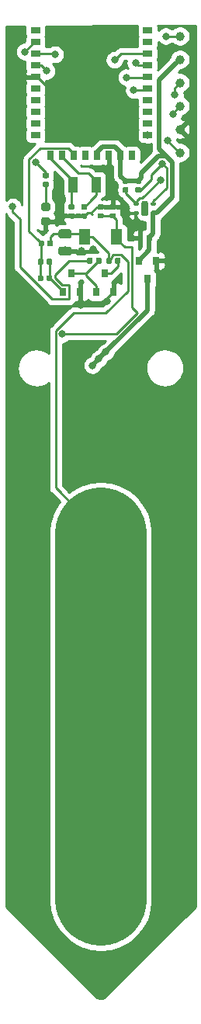
<source format=gbr>
G04 #@! TF.GenerationSoftware,KiCad,Pcbnew,(5.1.2-1)-1*
G04 #@! TF.CreationDate,2021-03-13T14:03:47+01:00*
G04 #@! TF.ProjectId,parasite,70617261-7369-4746-952e-6b696361645f,1.0.0*
G04 #@! TF.SameCoordinates,Original*
G04 #@! TF.FileFunction,Copper,L1,Top*
G04 #@! TF.FilePolarity,Positive*
%FSLAX46Y46*%
G04 Gerber Fmt 4.6, Leading zero omitted, Abs format (unit mm)*
G04 Created by KiCad (PCBNEW (5.1.2-1)-1) date 2021-03-13 14:03:47*
%MOMM*%
%LPD*%
G04 APERTURE LIST*
%ADD10C,0.100000*%
%ADD11C,0.700000*%
%ADD12C,0.350000*%
%ADD13R,1.000000X0.650000*%
%ADD14R,0.650000X1.000000*%
%ADD15R,1.000000X1.800000*%
%ADD16C,0.590000*%
%ADD17R,0.800000X0.900000*%
%ADD18C,0.875000*%
%ADD19C,1.000000*%
%ADD20C,0.975000*%
%ADD21R,1.300000X1.700000*%
%ADD22C,0.800000*%
%ADD23C,0.250000*%
%ADD24C,10.000000*%
%ADD25C,0.500000*%
%ADD26C,0.254000*%
G04 APERTURE END LIST*
D10*
G36*
X72992153Y-49800843D02*
G01*
X73009141Y-49803363D01*
X73025800Y-49807535D01*
X73041970Y-49813321D01*
X73057494Y-49820664D01*
X73072225Y-49829493D01*
X73086019Y-49839723D01*
X73098744Y-49851256D01*
X73110277Y-49863981D01*
X73120507Y-49877775D01*
X73129336Y-49892506D01*
X73136679Y-49908030D01*
X73142465Y-49924200D01*
X73146637Y-49940859D01*
X73149157Y-49957847D01*
X73150000Y-49975000D01*
X73150000Y-51225000D01*
X73149157Y-51242153D01*
X73146637Y-51259141D01*
X73142465Y-51275800D01*
X73136679Y-51291970D01*
X73129336Y-51307494D01*
X73120507Y-51322225D01*
X73110277Y-51336019D01*
X73098744Y-51348744D01*
X73086019Y-51360277D01*
X73072225Y-51370507D01*
X73057494Y-51379336D01*
X73041970Y-51386679D01*
X73025800Y-51392465D01*
X73009141Y-51396637D01*
X72992153Y-51399157D01*
X72975000Y-51400000D01*
X72625000Y-51400000D01*
X72607847Y-51399157D01*
X72590859Y-51396637D01*
X72574200Y-51392465D01*
X72558030Y-51386679D01*
X72542506Y-51379336D01*
X72527775Y-51370507D01*
X72513981Y-51360277D01*
X72501256Y-51348744D01*
X72489723Y-51336019D01*
X72479493Y-51322225D01*
X72470664Y-51307494D01*
X72463321Y-51291970D01*
X72457535Y-51275800D01*
X72453363Y-51259141D01*
X72450843Y-51242153D01*
X72450000Y-51225000D01*
X72450000Y-49975000D01*
X72450843Y-49957847D01*
X72453363Y-49940859D01*
X72457535Y-49924200D01*
X72463321Y-49908030D01*
X72470664Y-49892506D01*
X72479493Y-49877775D01*
X72489723Y-49863981D01*
X72501256Y-49851256D01*
X72513981Y-49839723D01*
X72527775Y-49829493D01*
X72542506Y-49820664D01*
X72558030Y-49813321D01*
X72574200Y-49807535D01*
X72590859Y-49803363D01*
X72607847Y-49800843D01*
X72625000Y-49800000D01*
X72975000Y-49800000D01*
X72992153Y-49800843D01*
X72992153Y-49800843D01*
G37*
D11*
X72800000Y-50600000D03*
D10*
G36*
X72071076Y-50925421D02*
G01*
X72079570Y-50926681D01*
X72087900Y-50928768D01*
X72095985Y-50931661D01*
X72103747Y-50935332D01*
X72111112Y-50939746D01*
X72118009Y-50944862D01*
X72124372Y-50950628D01*
X72130138Y-50956991D01*
X72135254Y-50963888D01*
X72139668Y-50971253D01*
X72143339Y-50979015D01*
X72146232Y-50987100D01*
X72148319Y-50995430D01*
X72149579Y-51003924D01*
X72150000Y-51012500D01*
X72150000Y-51187500D01*
X72149579Y-51196076D01*
X72148319Y-51204570D01*
X72146232Y-51212900D01*
X72143339Y-51220985D01*
X72139668Y-51228747D01*
X72135254Y-51236112D01*
X72130138Y-51243009D01*
X72124372Y-51249372D01*
X72118009Y-51255138D01*
X72111112Y-51260254D01*
X72103747Y-51264668D01*
X72095985Y-51268339D01*
X72087900Y-51271232D01*
X72079570Y-51273319D01*
X72071076Y-51274579D01*
X72062500Y-51275000D01*
X71687500Y-51275000D01*
X71678924Y-51274579D01*
X71670430Y-51273319D01*
X71662100Y-51271232D01*
X71654015Y-51268339D01*
X71646253Y-51264668D01*
X71638888Y-51260254D01*
X71631991Y-51255138D01*
X71625628Y-51249372D01*
X71619862Y-51243009D01*
X71614746Y-51236112D01*
X71610332Y-51228747D01*
X71606661Y-51220985D01*
X71603768Y-51212900D01*
X71601681Y-51204570D01*
X71600421Y-51196076D01*
X71600000Y-51187500D01*
X71600000Y-51012500D01*
X71600421Y-51003924D01*
X71601681Y-50995430D01*
X71603768Y-50987100D01*
X71606661Y-50979015D01*
X71610332Y-50971253D01*
X71614746Y-50963888D01*
X71619862Y-50956991D01*
X71625628Y-50950628D01*
X71631991Y-50944862D01*
X71638888Y-50939746D01*
X71646253Y-50935332D01*
X71654015Y-50931661D01*
X71662100Y-50928768D01*
X71670430Y-50926681D01*
X71678924Y-50925421D01*
X71687500Y-50925000D01*
X72062500Y-50925000D01*
X72071076Y-50925421D01*
X72071076Y-50925421D01*
G37*
D12*
X71875000Y-51100000D03*
D10*
G36*
X72071076Y-49925421D02*
G01*
X72079570Y-49926681D01*
X72087900Y-49928768D01*
X72095985Y-49931661D01*
X72103747Y-49935332D01*
X72111112Y-49939746D01*
X72118009Y-49944862D01*
X72124372Y-49950628D01*
X72130138Y-49956991D01*
X72135254Y-49963888D01*
X72139668Y-49971253D01*
X72143339Y-49979015D01*
X72146232Y-49987100D01*
X72148319Y-49995430D01*
X72149579Y-50003924D01*
X72150000Y-50012500D01*
X72150000Y-50187500D01*
X72149579Y-50196076D01*
X72148319Y-50204570D01*
X72146232Y-50212900D01*
X72143339Y-50220985D01*
X72139668Y-50228747D01*
X72135254Y-50236112D01*
X72130138Y-50243009D01*
X72124372Y-50249372D01*
X72118009Y-50255138D01*
X72111112Y-50260254D01*
X72103747Y-50264668D01*
X72095985Y-50268339D01*
X72087900Y-50271232D01*
X72079570Y-50273319D01*
X72071076Y-50274579D01*
X72062500Y-50275000D01*
X71687500Y-50275000D01*
X71678924Y-50274579D01*
X71670430Y-50273319D01*
X71662100Y-50271232D01*
X71654015Y-50268339D01*
X71646253Y-50264668D01*
X71638888Y-50260254D01*
X71631991Y-50255138D01*
X71625628Y-50249372D01*
X71619862Y-50243009D01*
X71614746Y-50236112D01*
X71610332Y-50228747D01*
X71606661Y-50220985D01*
X71603768Y-50212900D01*
X71601681Y-50204570D01*
X71600421Y-50196076D01*
X71600000Y-50187500D01*
X71600000Y-50012500D01*
X71600421Y-50003924D01*
X71601681Y-49995430D01*
X71603768Y-49987100D01*
X71606661Y-49979015D01*
X71610332Y-49971253D01*
X71614746Y-49963888D01*
X71619862Y-49956991D01*
X71625628Y-49950628D01*
X71631991Y-49944862D01*
X71638888Y-49939746D01*
X71646253Y-49935332D01*
X71654015Y-49931661D01*
X71662100Y-49928768D01*
X71670430Y-49926681D01*
X71678924Y-49925421D01*
X71687500Y-49925000D01*
X72062500Y-49925000D01*
X72071076Y-49925421D01*
X72071076Y-49925421D01*
G37*
D12*
X71875000Y-50100000D03*
D10*
G36*
X73921076Y-49925421D02*
G01*
X73929570Y-49926681D01*
X73937900Y-49928768D01*
X73945985Y-49931661D01*
X73953747Y-49935332D01*
X73961112Y-49939746D01*
X73968009Y-49944862D01*
X73974372Y-49950628D01*
X73980138Y-49956991D01*
X73985254Y-49963888D01*
X73989668Y-49971253D01*
X73993339Y-49979015D01*
X73996232Y-49987100D01*
X73998319Y-49995430D01*
X73999579Y-50003924D01*
X74000000Y-50012500D01*
X74000000Y-50187500D01*
X73999579Y-50196076D01*
X73998319Y-50204570D01*
X73996232Y-50212900D01*
X73993339Y-50220985D01*
X73989668Y-50228747D01*
X73985254Y-50236112D01*
X73980138Y-50243009D01*
X73974372Y-50249372D01*
X73968009Y-50255138D01*
X73961112Y-50260254D01*
X73953747Y-50264668D01*
X73945985Y-50268339D01*
X73937900Y-50271232D01*
X73929570Y-50273319D01*
X73921076Y-50274579D01*
X73912500Y-50275000D01*
X73537500Y-50275000D01*
X73528924Y-50274579D01*
X73520430Y-50273319D01*
X73512100Y-50271232D01*
X73504015Y-50268339D01*
X73496253Y-50264668D01*
X73488888Y-50260254D01*
X73481991Y-50255138D01*
X73475628Y-50249372D01*
X73469862Y-50243009D01*
X73464746Y-50236112D01*
X73460332Y-50228747D01*
X73456661Y-50220985D01*
X73453768Y-50212900D01*
X73451681Y-50204570D01*
X73450421Y-50196076D01*
X73450000Y-50187500D01*
X73450000Y-50012500D01*
X73450421Y-50003924D01*
X73451681Y-49995430D01*
X73453768Y-49987100D01*
X73456661Y-49979015D01*
X73460332Y-49971253D01*
X73464746Y-49963888D01*
X73469862Y-49956991D01*
X73475628Y-49950628D01*
X73481991Y-49944862D01*
X73488888Y-49939746D01*
X73496253Y-49935332D01*
X73504015Y-49931661D01*
X73512100Y-49928768D01*
X73520430Y-49926681D01*
X73528924Y-49925421D01*
X73537500Y-49925000D01*
X73912500Y-49925000D01*
X73921076Y-49925421D01*
X73921076Y-49925421D01*
G37*
D12*
X73725000Y-50100000D03*
D10*
G36*
X73921076Y-50925421D02*
G01*
X73929570Y-50926681D01*
X73937900Y-50928768D01*
X73945985Y-50931661D01*
X73953747Y-50935332D01*
X73961112Y-50939746D01*
X73968009Y-50944862D01*
X73974372Y-50950628D01*
X73980138Y-50956991D01*
X73985254Y-50963888D01*
X73989668Y-50971253D01*
X73993339Y-50979015D01*
X73996232Y-50987100D01*
X73998319Y-50995430D01*
X73999579Y-51003924D01*
X74000000Y-51012500D01*
X74000000Y-51187500D01*
X73999579Y-51196076D01*
X73998319Y-51204570D01*
X73996232Y-51212900D01*
X73993339Y-51220985D01*
X73989668Y-51228747D01*
X73985254Y-51236112D01*
X73980138Y-51243009D01*
X73974372Y-51249372D01*
X73968009Y-51255138D01*
X73961112Y-51260254D01*
X73953747Y-51264668D01*
X73945985Y-51268339D01*
X73937900Y-51271232D01*
X73929570Y-51273319D01*
X73921076Y-51274579D01*
X73912500Y-51275000D01*
X73537500Y-51275000D01*
X73528924Y-51274579D01*
X73520430Y-51273319D01*
X73512100Y-51271232D01*
X73504015Y-51268339D01*
X73496253Y-51264668D01*
X73488888Y-51260254D01*
X73481991Y-51255138D01*
X73475628Y-51249372D01*
X73469862Y-51243009D01*
X73464746Y-51236112D01*
X73460332Y-51228747D01*
X73456661Y-51220985D01*
X73453768Y-51212900D01*
X73451681Y-51204570D01*
X73450421Y-51196076D01*
X73450000Y-51187500D01*
X73450000Y-51012500D01*
X73450421Y-51003924D01*
X73451681Y-50995430D01*
X73453768Y-50987100D01*
X73456661Y-50979015D01*
X73460332Y-50971253D01*
X73464746Y-50963888D01*
X73469862Y-50956991D01*
X73475628Y-50950628D01*
X73481991Y-50944862D01*
X73488888Y-50939746D01*
X73496253Y-50935332D01*
X73504015Y-50931661D01*
X73512100Y-50928768D01*
X73520430Y-50926681D01*
X73528924Y-50925421D01*
X73537500Y-50925000D01*
X73912500Y-50925000D01*
X73921076Y-50925421D01*
X73921076Y-50925421D01*
G37*
D12*
X73725000Y-51100000D03*
D13*
X60881000Y-42600000D03*
X60881000Y-41330000D03*
X60881000Y-40060000D03*
X60881000Y-38790000D03*
X60881000Y-37520000D03*
X60881000Y-36250000D03*
X60881000Y-34980000D03*
X60881000Y-33710000D03*
X60881000Y-32440000D03*
X60881000Y-31170000D03*
X73119000Y-38790000D03*
X73119000Y-31170000D03*
X73119000Y-37520000D03*
X73119000Y-32440000D03*
X73119000Y-33710000D03*
X73119000Y-34980000D03*
X73119000Y-40060000D03*
X73119000Y-36250000D03*
X73119000Y-41330000D03*
X73119000Y-42600000D03*
D14*
X70150000Y-44819000D03*
X62530000Y-44819000D03*
X68880000Y-44819000D03*
X63800000Y-44819000D03*
X65070000Y-44819000D03*
X66340000Y-44819000D03*
X71420000Y-44819000D03*
X67610000Y-44819000D03*
D15*
X67500000Y-48000000D03*
X65000000Y-48000000D03*
D10*
G36*
X72286958Y-48275710D02*
G01*
X72301276Y-48277834D01*
X72315317Y-48281351D01*
X72328946Y-48286228D01*
X72342031Y-48292417D01*
X72354447Y-48299858D01*
X72366073Y-48308481D01*
X72376798Y-48318202D01*
X72386519Y-48328927D01*
X72395142Y-48340553D01*
X72402583Y-48352969D01*
X72408772Y-48366054D01*
X72413649Y-48379683D01*
X72417166Y-48393724D01*
X72419290Y-48408042D01*
X72420000Y-48422500D01*
X72420000Y-48717500D01*
X72419290Y-48731958D01*
X72417166Y-48746276D01*
X72413649Y-48760317D01*
X72408772Y-48773946D01*
X72402583Y-48787031D01*
X72395142Y-48799447D01*
X72386519Y-48811073D01*
X72376798Y-48821798D01*
X72366073Y-48831519D01*
X72354447Y-48840142D01*
X72342031Y-48847583D01*
X72328946Y-48853772D01*
X72315317Y-48858649D01*
X72301276Y-48862166D01*
X72286958Y-48864290D01*
X72272500Y-48865000D01*
X71927500Y-48865000D01*
X71913042Y-48864290D01*
X71898724Y-48862166D01*
X71884683Y-48858649D01*
X71871054Y-48853772D01*
X71857969Y-48847583D01*
X71845553Y-48840142D01*
X71833927Y-48831519D01*
X71823202Y-48821798D01*
X71813481Y-48811073D01*
X71804858Y-48799447D01*
X71797417Y-48787031D01*
X71791228Y-48773946D01*
X71786351Y-48760317D01*
X71782834Y-48746276D01*
X71780710Y-48731958D01*
X71780000Y-48717500D01*
X71780000Y-48422500D01*
X71780710Y-48408042D01*
X71782834Y-48393724D01*
X71786351Y-48379683D01*
X71791228Y-48366054D01*
X71797417Y-48352969D01*
X71804858Y-48340553D01*
X71813481Y-48328927D01*
X71823202Y-48318202D01*
X71833927Y-48308481D01*
X71845553Y-48299858D01*
X71857969Y-48292417D01*
X71871054Y-48286228D01*
X71884683Y-48281351D01*
X71898724Y-48277834D01*
X71913042Y-48275710D01*
X71927500Y-48275000D01*
X72272500Y-48275000D01*
X72286958Y-48275710D01*
X72286958Y-48275710D01*
G37*
D16*
X72100000Y-48570000D03*
D10*
G36*
X72286958Y-47305710D02*
G01*
X72301276Y-47307834D01*
X72315317Y-47311351D01*
X72328946Y-47316228D01*
X72342031Y-47322417D01*
X72354447Y-47329858D01*
X72366073Y-47338481D01*
X72376798Y-47348202D01*
X72386519Y-47358927D01*
X72395142Y-47370553D01*
X72402583Y-47382969D01*
X72408772Y-47396054D01*
X72413649Y-47409683D01*
X72417166Y-47423724D01*
X72419290Y-47438042D01*
X72420000Y-47452500D01*
X72420000Y-47747500D01*
X72419290Y-47761958D01*
X72417166Y-47776276D01*
X72413649Y-47790317D01*
X72408772Y-47803946D01*
X72402583Y-47817031D01*
X72395142Y-47829447D01*
X72386519Y-47841073D01*
X72376798Y-47851798D01*
X72366073Y-47861519D01*
X72354447Y-47870142D01*
X72342031Y-47877583D01*
X72328946Y-47883772D01*
X72315317Y-47888649D01*
X72301276Y-47892166D01*
X72286958Y-47894290D01*
X72272500Y-47895000D01*
X71927500Y-47895000D01*
X71913042Y-47894290D01*
X71898724Y-47892166D01*
X71884683Y-47888649D01*
X71871054Y-47883772D01*
X71857969Y-47877583D01*
X71845553Y-47870142D01*
X71833927Y-47861519D01*
X71823202Y-47851798D01*
X71813481Y-47841073D01*
X71804858Y-47829447D01*
X71797417Y-47817031D01*
X71791228Y-47803946D01*
X71786351Y-47790317D01*
X71782834Y-47776276D01*
X71780710Y-47761958D01*
X71780000Y-47747500D01*
X71780000Y-47452500D01*
X71780710Y-47438042D01*
X71782834Y-47423724D01*
X71786351Y-47409683D01*
X71791228Y-47396054D01*
X71797417Y-47382969D01*
X71804858Y-47370553D01*
X71813481Y-47358927D01*
X71823202Y-47348202D01*
X71833927Y-47338481D01*
X71845553Y-47329858D01*
X71857969Y-47322417D01*
X71871054Y-47316228D01*
X71884683Y-47311351D01*
X71898724Y-47307834D01*
X71913042Y-47305710D01*
X71927500Y-47305000D01*
X72272500Y-47305000D01*
X72286958Y-47305710D01*
X72286958Y-47305710D01*
G37*
D16*
X72100000Y-47600000D03*
D10*
G36*
X70886958Y-47305710D02*
G01*
X70901276Y-47307834D01*
X70915317Y-47311351D01*
X70928946Y-47316228D01*
X70942031Y-47322417D01*
X70954447Y-47329858D01*
X70966073Y-47338481D01*
X70976798Y-47348202D01*
X70986519Y-47358927D01*
X70995142Y-47370553D01*
X71002583Y-47382969D01*
X71008772Y-47396054D01*
X71013649Y-47409683D01*
X71017166Y-47423724D01*
X71019290Y-47438042D01*
X71020000Y-47452500D01*
X71020000Y-47747500D01*
X71019290Y-47761958D01*
X71017166Y-47776276D01*
X71013649Y-47790317D01*
X71008772Y-47803946D01*
X71002583Y-47817031D01*
X70995142Y-47829447D01*
X70986519Y-47841073D01*
X70976798Y-47851798D01*
X70966073Y-47861519D01*
X70954447Y-47870142D01*
X70942031Y-47877583D01*
X70928946Y-47883772D01*
X70915317Y-47888649D01*
X70901276Y-47892166D01*
X70886958Y-47894290D01*
X70872500Y-47895000D01*
X70527500Y-47895000D01*
X70513042Y-47894290D01*
X70498724Y-47892166D01*
X70484683Y-47888649D01*
X70471054Y-47883772D01*
X70457969Y-47877583D01*
X70445553Y-47870142D01*
X70433927Y-47861519D01*
X70423202Y-47851798D01*
X70413481Y-47841073D01*
X70404858Y-47829447D01*
X70397417Y-47817031D01*
X70391228Y-47803946D01*
X70386351Y-47790317D01*
X70382834Y-47776276D01*
X70380710Y-47761958D01*
X70380000Y-47747500D01*
X70380000Y-47452500D01*
X70380710Y-47438042D01*
X70382834Y-47423724D01*
X70386351Y-47409683D01*
X70391228Y-47396054D01*
X70397417Y-47382969D01*
X70404858Y-47370553D01*
X70413481Y-47358927D01*
X70423202Y-47348202D01*
X70433927Y-47338481D01*
X70445553Y-47329858D01*
X70457969Y-47322417D01*
X70471054Y-47316228D01*
X70484683Y-47311351D01*
X70498724Y-47307834D01*
X70513042Y-47305710D01*
X70527500Y-47305000D01*
X70872500Y-47305000D01*
X70886958Y-47305710D01*
X70886958Y-47305710D01*
G37*
D16*
X70700000Y-47600000D03*
D10*
G36*
X70886958Y-48275710D02*
G01*
X70901276Y-48277834D01*
X70915317Y-48281351D01*
X70928946Y-48286228D01*
X70942031Y-48292417D01*
X70954447Y-48299858D01*
X70966073Y-48308481D01*
X70976798Y-48318202D01*
X70986519Y-48328927D01*
X70995142Y-48340553D01*
X71002583Y-48352969D01*
X71008772Y-48366054D01*
X71013649Y-48379683D01*
X71017166Y-48393724D01*
X71019290Y-48408042D01*
X71020000Y-48422500D01*
X71020000Y-48717500D01*
X71019290Y-48731958D01*
X71017166Y-48746276D01*
X71013649Y-48760317D01*
X71008772Y-48773946D01*
X71002583Y-48787031D01*
X70995142Y-48799447D01*
X70986519Y-48811073D01*
X70976798Y-48821798D01*
X70966073Y-48831519D01*
X70954447Y-48840142D01*
X70942031Y-48847583D01*
X70928946Y-48853772D01*
X70915317Y-48858649D01*
X70901276Y-48862166D01*
X70886958Y-48864290D01*
X70872500Y-48865000D01*
X70527500Y-48865000D01*
X70513042Y-48864290D01*
X70498724Y-48862166D01*
X70484683Y-48858649D01*
X70471054Y-48853772D01*
X70457969Y-48847583D01*
X70445553Y-48840142D01*
X70433927Y-48831519D01*
X70423202Y-48821798D01*
X70413481Y-48811073D01*
X70404858Y-48799447D01*
X70397417Y-48787031D01*
X70391228Y-48773946D01*
X70386351Y-48760317D01*
X70382834Y-48746276D01*
X70380710Y-48731958D01*
X70380000Y-48717500D01*
X70380000Y-48422500D01*
X70380710Y-48408042D01*
X70382834Y-48393724D01*
X70386351Y-48379683D01*
X70391228Y-48366054D01*
X70397417Y-48352969D01*
X70404858Y-48340553D01*
X70413481Y-48328927D01*
X70423202Y-48318202D01*
X70433927Y-48308481D01*
X70445553Y-48299858D01*
X70457969Y-48292417D01*
X70471054Y-48286228D01*
X70484683Y-48281351D01*
X70498724Y-48277834D01*
X70513042Y-48275710D01*
X70527500Y-48275000D01*
X70872500Y-48275000D01*
X70886958Y-48275710D01*
X70886958Y-48275710D01*
G37*
D16*
X70700000Y-48570000D03*
D10*
G36*
X69486958Y-50135710D02*
G01*
X69501276Y-50137834D01*
X69515317Y-50141351D01*
X69528946Y-50146228D01*
X69542031Y-50152417D01*
X69554447Y-50159858D01*
X69566073Y-50168481D01*
X69576798Y-50178202D01*
X69586519Y-50188927D01*
X69595142Y-50200553D01*
X69602583Y-50212969D01*
X69608772Y-50226054D01*
X69613649Y-50239683D01*
X69617166Y-50253724D01*
X69619290Y-50268042D01*
X69620000Y-50282500D01*
X69620000Y-50577500D01*
X69619290Y-50591958D01*
X69617166Y-50606276D01*
X69613649Y-50620317D01*
X69608772Y-50633946D01*
X69602583Y-50647031D01*
X69595142Y-50659447D01*
X69586519Y-50671073D01*
X69576798Y-50681798D01*
X69566073Y-50691519D01*
X69554447Y-50700142D01*
X69542031Y-50707583D01*
X69528946Y-50713772D01*
X69515317Y-50718649D01*
X69501276Y-50722166D01*
X69486958Y-50724290D01*
X69472500Y-50725000D01*
X69127500Y-50725000D01*
X69113042Y-50724290D01*
X69098724Y-50722166D01*
X69084683Y-50718649D01*
X69071054Y-50713772D01*
X69057969Y-50707583D01*
X69045553Y-50700142D01*
X69033927Y-50691519D01*
X69023202Y-50681798D01*
X69013481Y-50671073D01*
X69004858Y-50659447D01*
X68997417Y-50647031D01*
X68991228Y-50633946D01*
X68986351Y-50620317D01*
X68982834Y-50606276D01*
X68980710Y-50591958D01*
X68980000Y-50577500D01*
X68980000Y-50282500D01*
X68980710Y-50268042D01*
X68982834Y-50253724D01*
X68986351Y-50239683D01*
X68991228Y-50226054D01*
X68997417Y-50212969D01*
X69004858Y-50200553D01*
X69013481Y-50188927D01*
X69023202Y-50178202D01*
X69033927Y-50168481D01*
X69045553Y-50159858D01*
X69057969Y-50152417D01*
X69071054Y-50146228D01*
X69084683Y-50141351D01*
X69098724Y-50137834D01*
X69113042Y-50135710D01*
X69127500Y-50135000D01*
X69472500Y-50135000D01*
X69486958Y-50135710D01*
X69486958Y-50135710D01*
G37*
D16*
X69300000Y-50430000D03*
D10*
G36*
X69486958Y-51105710D02*
G01*
X69501276Y-51107834D01*
X69515317Y-51111351D01*
X69528946Y-51116228D01*
X69542031Y-51122417D01*
X69554447Y-51129858D01*
X69566073Y-51138481D01*
X69576798Y-51148202D01*
X69586519Y-51158927D01*
X69595142Y-51170553D01*
X69602583Y-51182969D01*
X69608772Y-51196054D01*
X69613649Y-51209683D01*
X69617166Y-51223724D01*
X69619290Y-51238042D01*
X69620000Y-51252500D01*
X69620000Y-51547500D01*
X69619290Y-51561958D01*
X69617166Y-51576276D01*
X69613649Y-51590317D01*
X69608772Y-51603946D01*
X69602583Y-51617031D01*
X69595142Y-51629447D01*
X69586519Y-51641073D01*
X69576798Y-51651798D01*
X69566073Y-51661519D01*
X69554447Y-51670142D01*
X69542031Y-51677583D01*
X69528946Y-51683772D01*
X69515317Y-51688649D01*
X69501276Y-51692166D01*
X69486958Y-51694290D01*
X69472500Y-51695000D01*
X69127500Y-51695000D01*
X69113042Y-51694290D01*
X69098724Y-51692166D01*
X69084683Y-51688649D01*
X69071054Y-51683772D01*
X69057969Y-51677583D01*
X69045553Y-51670142D01*
X69033927Y-51661519D01*
X69023202Y-51651798D01*
X69013481Y-51641073D01*
X69004858Y-51629447D01*
X68997417Y-51617031D01*
X68991228Y-51603946D01*
X68986351Y-51590317D01*
X68982834Y-51576276D01*
X68980710Y-51561958D01*
X68980000Y-51547500D01*
X68980000Y-51252500D01*
X68980710Y-51238042D01*
X68982834Y-51223724D01*
X68986351Y-51209683D01*
X68991228Y-51196054D01*
X68997417Y-51182969D01*
X69004858Y-51170553D01*
X69013481Y-51158927D01*
X69023202Y-51148202D01*
X69033927Y-51138481D01*
X69045553Y-51129858D01*
X69057969Y-51122417D01*
X69071054Y-51116228D01*
X69084683Y-51111351D01*
X69098724Y-51107834D01*
X69113042Y-51105710D01*
X69127500Y-51105000D01*
X69472500Y-51105000D01*
X69486958Y-51105710D01*
X69486958Y-51105710D01*
G37*
D16*
X69300000Y-51400000D03*
D10*
G36*
X70031958Y-55980710D02*
G01*
X70046276Y-55982834D01*
X70060317Y-55986351D01*
X70073946Y-55991228D01*
X70087031Y-55997417D01*
X70099447Y-56004858D01*
X70111073Y-56013481D01*
X70121798Y-56023202D01*
X70131519Y-56033927D01*
X70140142Y-56045553D01*
X70147583Y-56057969D01*
X70153772Y-56071054D01*
X70158649Y-56084683D01*
X70162166Y-56098724D01*
X70164290Y-56113042D01*
X70165000Y-56127500D01*
X70165000Y-56472500D01*
X70164290Y-56486958D01*
X70162166Y-56501276D01*
X70158649Y-56515317D01*
X70153772Y-56528946D01*
X70147583Y-56542031D01*
X70140142Y-56554447D01*
X70131519Y-56566073D01*
X70121798Y-56576798D01*
X70111073Y-56586519D01*
X70099447Y-56595142D01*
X70087031Y-56602583D01*
X70073946Y-56608772D01*
X70060317Y-56613649D01*
X70046276Y-56617166D01*
X70031958Y-56619290D01*
X70017500Y-56620000D01*
X69722500Y-56620000D01*
X69708042Y-56619290D01*
X69693724Y-56617166D01*
X69679683Y-56613649D01*
X69666054Y-56608772D01*
X69652969Y-56602583D01*
X69640553Y-56595142D01*
X69628927Y-56586519D01*
X69618202Y-56576798D01*
X69608481Y-56566073D01*
X69599858Y-56554447D01*
X69592417Y-56542031D01*
X69586228Y-56528946D01*
X69581351Y-56515317D01*
X69577834Y-56501276D01*
X69575710Y-56486958D01*
X69575000Y-56472500D01*
X69575000Y-56127500D01*
X69575710Y-56113042D01*
X69577834Y-56098724D01*
X69581351Y-56084683D01*
X69586228Y-56071054D01*
X69592417Y-56057969D01*
X69599858Y-56045553D01*
X69608481Y-56033927D01*
X69618202Y-56023202D01*
X69628927Y-56013481D01*
X69640553Y-56004858D01*
X69652969Y-55997417D01*
X69666054Y-55991228D01*
X69679683Y-55986351D01*
X69693724Y-55982834D01*
X69708042Y-55980710D01*
X69722500Y-55980000D01*
X70017500Y-55980000D01*
X70031958Y-55980710D01*
X70031958Y-55980710D01*
G37*
D16*
X69870000Y-56300000D03*
D10*
G36*
X69061958Y-55980710D02*
G01*
X69076276Y-55982834D01*
X69090317Y-55986351D01*
X69103946Y-55991228D01*
X69117031Y-55997417D01*
X69129447Y-56004858D01*
X69141073Y-56013481D01*
X69151798Y-56023202D01*
X69161519Y-56033927D01*
X69170142Y-56045553D01*
X69177583Y-56057969D01*
X69183772Y-56071054D01*
X69188649Y-56084683D01*
X69192166Y-56098724D01*
X69194290Y-56113042D01*
X69195000Y-56127500D01*
X69195000Y-56472500D01*
X69194290Y-56486958D01*
X69192166Y-56501276D01*
X69188649Y-56515317D01*
X69183772Y-56528946D01*
X69177583Y-56542031D01*
X69170142Y-56554447D01*
X69161519Y-56566073D01*
X69151798Y-56576798D01*
X69141073Y-56586519D01*
X69129447Y-56595142D01*
X69117031Y-56602583D01*
X69103946Y-56608772D01*
X69090317Y-56613649D01*
X69076276Y-56617166D01*
X69061958Y-56619290D01*
X69047500Y-56620000D01*
X68752500Y-56620000D01*
X68738042Y-56619290D01*
X68723724Y-56617166D01*
X68709683Y-56613649D01*
X68696054Y-56608772D01*
X68682969Y-56602583D01*
X68670553Y-56595142D01*
X68658927Y-56586519D01*
X68648202Y-56576798D01*
X68638481Y-56566073D01*
X68629858Y-56554447D01*
X68622417Y-56542031D01*
X68616228Y-56528946D01*
X68611351Y-56515317D01*
X68607834Y-56501276D01*
X68605710Y-56486958D01*
X68605000Y-56472500D01*
X68605000Y-56127500D01*
X68605710Y-56113042D01*
X68607834Y-56098724D01*
X68611351Y-56084683D01*
X68616228Y-56071054D01*
X68622417Y-56057969D01*
X68629858Y-56045553D01*
X68638481Y-56033927D01*
X68648202Y-56023202D01*
X68658927Y-56013481D01*
X68670553Y-56004858D01*
X68682969Y-55997417D01*
X68696054Y-55991228D01*
X68709683Y-55986351D01*
X68723724Y-55982834D01*
X68738042Y-55980710D01*
X68752500Y-55980000D01*
X69047500Y-55980000D01*
X69061958Y-55980710D01*
X69061958Y-55980710D01*
G37*
D16*
X68900000Y-56300000D03*
D10*
G36*
X61591958Y-57880710D02*
G01*
X61606276Y-57882834D01*
X61620317Y-57886351D01*
X61633946Y-57891228D01*
X61647031Y-57897417D01*
X61659447Y-57904858D01*
X61671073Y-57913481D01*
X61681798Y-57923202D01*
X61691519Y-57933927D01*
X61700142Y-57945553D01*
X61707583Y-57957969D01*
X61713772Y-57971054D01*
X61718649Y-57984683D01*
X61722166Y-57998724D01*
X61724290Y-58013042D01*
X61725000Y-58027500D01*
X61725000Y-58372500D01*
X61724290Y-58386958D01*
X61722166Y-58401276D01*
X61718649Y-58415317D01*
X61713772Y-58428946D01*
X61707583Y-58442031D01*
X61700142Y-58454447D01*
X61691519Y-58466073D01*
X61681798Y-58476798D01*
X61671073Y-58486519D01*
X61659447Y-58495142D01*
X61647031Y-58502583D01*
X61633946Y-58508772D01*
X61620317Y-58513649D01*
X61606276Y-58517166D01*
X61591958Y-58519290D01*
X61577500Y-58520000D01*
X61282500Y-58520000D01*
X61268042Y-58519290D01*
X61253724Y-58517166D01*
X61239683Y-58513649D01*
X61226054Y-58508772D01*
X61212969Y-58502583D01*
X61200553Y-58495142D01*
X61188927Y-58486519D01*
X61178202Y-58476798D01*
X61168481Y-58466073D01*
X61159858Y-58454447D01*
X61152417Y-58442031D01*
X61146228Y-58428946D01*
X61141351Y-58415317D01*
X61137834Y-58401276D01*
X61135710Y-58386958D01*
X61135000Y-58372500D01*
X61135000Y-58027500D01*
X61135710Y-58013042D01*
X61137834Y-57998724D01*
X61141351Y-57984683D01*
X61146228Y-57971054D01*
X61152417Y-57957969D01*
X61159858Y-57945553D01*
X61168481Y-57933927D01*
X61178202Y-57923202D01*
X61188927Y-57913481D01*
X61200553Y-57904858D01*
X61212969Y-57897417D01*
X61226054Y-57891228D01*
X61239683Y-57886351D01*
X61253724Y-57882834D01*
X61268042Y-57880710D01*
X61282500Y-57880000D01*
X61577500Y-57880000D01*
X61591958Y-57880710D01*
X61591958Y-57880710D01*
G37*
D16*
X61430000Y-58200000D03*
D10*
G36*
X62561958Y-57880710D02*
G01*
X62576276Y-57882834D01*
X62590317Y-57886351D01*
X62603946Y-57891228D01*
X62617031Y-57897417D01*
X62629447Y-57904858D01*
X62641073Y-57913481D01*
X62651798Y-57923202D01*
X62661519Y-57933927D01*
X62670142Y-57945553D01*
X62677583Y-57957969D01*
X62683772Y-57971054D01*
X62688649Y-57984683D01*
X62692166Y-57998724D01*
X62694290Y-58013042D01*
X62695000Y-58027500D01*
X62695000Y-58372500D01*
X62694290Y-58386958D01*
X62692166Y-58401276D01*
X62688649Y-58415317D01*
X62683772Y-58428946D01*
X62677583Y-58442031D01*
X62670142Y-58454447D01*
X62661519Y-58466073D01*
X62651798Y-58476798D01*
X62641073Y-58486519D01*
X62629447Y-58495142D01*
X62617031Y-58502583D01*
X62603946Y-58508772D01*
X62590317Y-58513649D01*
X62576276Y-58517166D01*
X62561958Y-58519290D01*
X62547500Y-58520000D01*
X62252500Y-58520000D01*
X62238042Y-58519290D01*
X62223724Y-58517166D01*
X62209683Y-58513649D01*
X62196054Y-58508772D01*
X62182969Y-58502583D01*
X62170553Y-58495142D01*
X62158927Y-58486519D01*
X62148202Y-58476798D01*
X62138481Y-58466073D01*
X62129858Y-58454447D01*
X62122417Y-58442031D01*
X62116228Y-58428946D01*
X62111351Y-58415317D01*
X62107834Y-58401276D01*
X62105710Y-58386958D01*
X62105000Y-58372500D01*
X62105000Y-58027500D01*
X62105710Y-58013042D01*
X62107834Y-57998724D01*
X62111351Y-57984683D01*
X62116228Y-57971054D01*
X62122417Y-57957969D01*
X62129858Y-57945553D01*
X62138481Y-57933927D01*
X62148202Y-57923202D01*
X62158927Y-57913481D01*
X62170553Y-57904858D01*
X62182969Y-57897417D01*
X62196054Y-57891228D01*
X62209683Y-57886351D01*
X62223724Y-57882834D01*
X62238042Y-57880710D01*
X62252500Y-57880000D01*
X62547500Y-57880000D01*
X62561958Y-57880710D01*
X62561958Y-57880710D01*
G37*
D16*
X62400000Y-58200000D03*
D10*
G36*
X67946958Y-55980710D02*
G01*
X67961276Y-55982834D01*
X67975317Y-55986351D01*
X67988946Y-55991228D01*
X68002031Y-55997417D01*
X68014447Y-56004858D01*
X68026073Y-56013481D01*
X68036798Y-56023202D01*
X68046519Y-56033927D01*
X68055142Y-56045553D01*
X68062583Y-56057969D01*
X68068772Y-56071054D01*
X68073649Y-56084683D01*
X68077166Y-56098724D01*
X68079290Y-56113042D01*
X68080000Y-56127500D01*
X68080000Y-56472500D01*
X68079290Y-56486958D01*
X68077166Y-56501276D01*
X68073649Y-56515317D01*
X68068772Y-56528946D01*
X68062583Y-56542031D01*
X68055142Y-56554447D01*
X68046519Y-56566073D01*
X68036798Y-56576798D01*
X68026073Y-56586519D01*
X68014447Y-56595142D01*
X68002031Y-56602583D01*
X67988946Y-56608772D01*
X67975317Y-56613649D01*
X67961276Y-56617166D01*
X67946958Y-56619290D01*
X67932500Y-56620000D01*
X67637500Y-56620000D01*
X67623042Y-56619290D01*
X67608724Y-56617166D01*
X67594683Y-56613649D01*
X67581054Y-56608772D01*
X67567969Y-56602583D01*
X67555553Y-56595142D01*
X67543927Y-56586519D01*
X67533202Y-56576798D01*
X67523481Y-56566073D01*
X67514858Y-56554447D01*
X67507417Y-56542031D01*
X67501228Y-56528946D01*
X67496351Y-56515317D01*
X67492834Y-56501276D01*
X67490710Y-56486958D01*
X67490000Y-56472500D01*
X67490000Y-56127500D01*
X67490710Y-56113042D01*
X67492834Y-56098724D01*
X67496351Y-56084683D01*
X67501228Y-56071054D01*
X67507417Y-56057969D01*
X67514858Y-56045553D01*
X67523481Y-56033927D01*
X67533202Y-56023202D01*
X67543927Y-56013481D01*
X67555553Y-56004858D01*
X67567969Y-55997417D01*
X67581054Y-55991228D01*
X67594683Y-55986351D01*
X67608724Y-55982834D01*
X67623042Y-55980710D01*
X67637500Y-55980000D01*
X67932500Y-55980000D01*
X67946958Y-55980710D01*
X67946958Y-55980710D01*
G37*
D16*
X67785000Y-56300000D03*
D10*
G36*
X66976958Y-55980710D02*
G01*
X66991276Y-55982834D01*
X67005317Y-55986351D01*
X67018946Y-55991228D01*
X67032031Y-55997417D01*
X67044447Y-56004858D01*
X67056073Y-56013481D01*
X67066798Y-56023202D01*
X67076519Y-56033927D01*
X67085142Y-56045553D01*
X67092583Y-56057969D01*
X67098772Y-56071054D01*
X67103649Y-56084683D01*
X67107166Y-56098724D01*
X67109290Y-56113042D01*
X67110000Y-56127500D01*
X67110000Y-56472500D01*
X67109290Y-56486958D01*
X67107166Y-56501276D01*
X67103649Y-56515317D01*
X67098772Y-56528946D01*
X67092583Y-56542031D01*
X67085142Y-56554447D01*
X67076519Y-56566073D01*
X67066798Y-56576798D01*
X67056073Y-56586519D01*
X67044447Y-56595142D01*
X67032031Y-56602583D01*
X67018946Y-56608772D01*
X67005317Y-56613649D01*
X66991276Y-56617166D01*
X66976958Y-56619290D01*
X66962500Y-56620000D01*
X66667500Y-56620000D01*
X66653042Y-56619290D01*
X66638724Y-56617166D01*
X66624683Y-56613649D01*
X66611054Y-56608772D01*
X66597969Y-56602583D01*
X66585553Y-56595142D01*
X66573927Y-56586519D01*
X66563202Y-56576798D01*
X66553481Y-56566073D01*
X66544858Y-56554447D01*
X66537417Y-56542031D01*
X66531228Y-56528946D01*
X66526351Y-56515317D01*
X66522834Y-56501276D01*
X66520710Y-56486958D01*
X66520000Y-56472500D01*
X66520000Y-56127500D01*
X66520710Y-56113042D01*
X66522834Y-56098724D01*
X66526351Y-56084683D01*
X66531228Y-56071054D01*
X66537417Y-56057969D01*
X66544858Y-56045553D01*
X66553481Y-56033927D01*
X66563202Y-56023202D01*
X66573927Y-56013481D01*
X66585553Y-56004858D01*
X66597969Y-55997417D01*
X66611054Y-55991228D01*
X66624683Y-55986351D01*
X66638724Y-55982834D01*
X66653042Y-55980710D01*
X66667500Y-55980000D01*
X66962500Y-55980000D01*
X66976958Y-55980710D01*
X66976958Y-55980710D01*
G37*
D16*
X66815000Y-56300000D03*
D10*
G36*
X62186958Y-47675710D02*
G01*
X62201276Y-47677834D01*
X62215317Y-47681351D01*
X62228946Y-47686228D01*
X62242031Y-47692417D01*
X62254447Y-47699858D01*
X62266073Y-47708481D01*
X62276798Y-47718202D01*
X62286519Y-47728927D01*
X62295142Y-47740553D01*
X62302583Y-47752969D01*
X62308772Y-47766054D01*
X62313649Y-47779683D01*
X62317166Y-47793724D01*
X62319290Y-47808042D01*
X62320000Y-47822500D01*
X62320000Y-48117500D01*
X62319290Y-48131958D01*
X62317166Y-48146276D01*
X62313649Y-48160317D01*
X62308772Y-48173946D01*
X62302583Y-48187031D01*
X62295142Y-48199447D01*
X62286519Y-48211073D01*
X62276798Y-48221798D01*
X62266073Y-48231519D01*
X62254447Y-48240142D01*
X62242031Y-48247583D01*
X62228946Y-48253772D01*
X62215317Y-48258649D01*
X62201276Y-48262166D01*
X62186958Y-48264290D01*
X62172500Y-48265000D01*
X61827500Y-48265000D01*
X61813042Y-48264290D01*
X61798724Y-48262166D01*
X61784683Y-48258649D01*
X61771054Y-48253772D01*
X61757969Y-48247583D01*
X61745553Y-48240142D01*
X61733927Y-48231519D01*
X61723202Y-48221798D01*
X61713481Y-48211073D01*
X61704858Y-48199447D01*
X61697417Y-48187031D01*
X61691228Y-48173946D01*
X61686351Y-48160317D01*
X61682834Y-48146276D01*
X61680710Y-48131958D01*
X61680000Y-48117500D01*
X61680000Y-47822500D01*
X61680710Y-47808042D01*
X61682834Y-47793724D01*
X61686351Y-47779683D01*
X61691228Y-47766054D01*
X61697417Y-47752969D01*
X61704858Y-47740553D01*
X61713481Y-47728927D01*
X61723202Y-47718202D01*
X61733927Y-47708481D01*
X61745553Y-47699858D01*
X61757969Y-47692417D01*
X61771054Y-47686228D01*
X61784683Y-47681351D01*
X61798724Y-47677834D01*
X61813042Y-47675710D01*
X61827500Y-47675000D01*
X62172500Y-47675000D01*
X62186958Y-47675710D01*
X62186958Y-47675710D01*
G37*
D16*
X62000000Y-47970000D03*
D10*
G36*
X62186958Y-46705710D02*
G01*
X62201276Y-46707834D01*
X62215317Y-46711351D01*
X62228946Y-46716228D01*
X62242031Y-46722417D01*
X62254447Y-46729858D01*
X62266073Y-46738481D01*
X62276798Y-46748202D01*
X62286519Y-46758927D01*
X62295142Y-46770553D01*
X62302583Y-46782969D01*
X62308772Y-46796054D01*
X62313649Y-46809683D01*
X62317166Y-46823724D01*
X62319290Y-46838042D01*
X62320000Y-46852500D01*
X62320000Y-47147500D01*
X62319290Y-47161958D01*
X62317166Y-47176276D01*
X62313649Y-47190317D01*
X62308772Y-47203946D01*
X62302583Y-47217031D01*
X62295142Y-47229447D01*
X62286519Y-47241073D01*
X62276798Y-47251798D01*
X62266073Y-47261519D01*
X62254447Y-47270142D01*
X62242031Y-47277583D01*
X62228946Y-47283772D01*
X62215317Y-47288649D01*
X62201276Y-47292166D01*
X62186958Y-47294290D01*
X62172500Y-47295000D01*
X61827500Y-47295000D01*
X61813042Y-47294290D01*
X61798724Y-47292166D01*
X61784683Y-47288649D01*
X61771054Y-47283772D01*
X61757969Y-47277583D01*
X61745553Y-47270142D01*
X61733927Y-47261519D01*
X61723202Y-47251798D01*
X61713481Y-47241073D01*
X61704858Y-47229447D01*
X61697417Y-47217031D01*
X61691228Y-47203946D01*
X61686351Y-47190317D01*
X61682834Y-47176276D01*
X61680710Y-47161958D01*
X61680000Y-47147500D01*
X61680000Y-46852500D01*
X61680710Y-46838042D01*
X61682834Y-46823724D01*
X61686351Y-46809683D01*
X61691228Y-46796054D01*
X61697417Y-46782969D01*
X61704858Y-46770553D01*
X61713481Y-46758927D01*
X61723202Y-46748202D01*
X61733927Y-46738481D01*
X61745553Y-46729858D01*
X61757969Y-46722417D01*
X61771054Y-46716228D01*
X61784683Y-46711351D01*
X61798724Y-46707834D01*
X61813042Y-46705710D01*
X61827500Y-46705000D01*
X62172500Y-46705000D01*
X62186958Y-46705710D01*
X62186958Y-46705710D01*
G37*
D16*
X62000000Y-47000000D03*
D10*
G36*
X62646958Y-54080710D02*
G01*
X62661276Y-54082834D01*
X62675317Y-54086351D01*
X62688946Y-54091228D01*
X62702031Y-54097417D01*
X62714447Y-54104858D01*
X62726073Y-54113481D01*
X62736798Y-54123202D01*
X62746519Y-54133927D01*
X62755142Y-54145553D01*
X62762583Y-54157969D01*
X62768772Y-54171054D01*
X62773649Y-54184683D01*
X62777166Y-54198724D01*
X62779290Y-54213042D01*
X62780000Y-54227500D01*
X62780000Y-54572500D01*
X62779290Y-54586958D01*
X62777166Y-54601276D01*
X62773649Y-54615317D01*
X62768772Y-54628946D01*
X62762583Y-54642031D01*
X62755142Y-54654447D01*
X62746519Y-54666073D01*
X62736798Y-54676798D01*
X62726073Y-54686519D01*
X62714447Y-54695142D01*
X62702031Y-54702583D01*
X62688946Y-54708772D01*
X62675317Y-54713649D01*
X62661276Y-54717166D01*
X62646958Y-54719290D01*
X62632500Y-54720000D01*
X62337500Y-54720000D01*
X62323042Y-54719290D01*
X62308724Y-54717166D01*
X62294683Y-54713649D01*
X62281054Y-54708772D01*
X62267969Y-54702583D01*
X62255553Y-54695142D01*
X62243927Y-54686519D01*
X62233202Y-54676798D01*
X62223481Y-54666073D01*
X62214858Y-54654447D01*
X62207417Y-54642031D01*
X62201228Y-54628946D01*
X62196351Y-54615317D01*
X62192834Y-54601276D01*
X62190710Y-54586958D01*
X62190000Y-54572500D01*
X62190000Y-54227500D01*
X62190710Y-54213042D01*
X62192834Y-54198724D01*
X62196351Y-54184683D01*
X62201228Y-54171054D01*
X62207417Y-54157969D01*
X62214858Y-54145553D01*
X62223481Y-54133927D01*
X62233202Y-54123202D01*
X62243927Y-54113481D01*
X62255553Y-54104858D01*
X62267969Y-54097417D01*
X62281054Y-54091228D01*
X62294683Y-54086351D01*
X62308724Y-54082834D01*
X62323042Y-54080710D01*
X62337500Y-54080000D01*
X62632500Y-54080000D01*
X62646958Y-54080710D01*
X62646958Y-54080710D01*
G37*
D16*
X62485000Y-54400000D03*
D10*
G36*
X61676958Y-54080710D02*
G01*
X61691276Y-54082834D01*
X61705317Y-54086351D01*
X61718946Y-54091228D01*
X61732031Y-54097417D01*
X61744447Y-54104858D01*
X61756073Y-54113481D01*
X61766798Y-54123202D01*
X61776519Y-54133927D01*
X61785142Y-54145553D01*
X61792583Y-54157969D01*
X61798772Y-54171054D01*
X61803649Y-54184683D01*
X61807166Y-54198724D01*
X61809290Y-54213042D01*
X61810000Y-54227500D01*
X61810000Y-54572500D01*
X61809290Y-54586958D01*
X61807166Y-54601276D01*
X61803649Y-54615317D01*
X61798772Y-54628946D01*
X61792583Y-54642031D01*
X61785142Y-54654447D01*
X61776519Y-54666073D01*
X61766798Y-54676798D01*
X61756073Y-54686519D01*
X61744447Y-54695142D01*
X61732031Y-54702583D01*
X61718946Y-54708772D01*
X61705317Y-54713649D01*
X61691276Y-54717166D01*
X61676958Y-54719290D01*
X61662500Y-54720000D01*
X61367500Y-54720000D01*
X61353042Y-54719290D01*
X61338724Y-54717166D01*
X61324683Y-54713649D01*
X61311054Y-54708772D01*
X61297969Y-54702583D01*
X61285553Y-54695142D01*
X61273927Y-54686519D01*
X61263202Y-54676798D01*
X61253481Y-54666073D01*
X61244858Y-54654447D01*
X61237417Y-54642031D01*
X61231228Y-54628946D01*
X61226351Y-54615317D01*
X61222834Y-54601276D01*
X61220710Y-54586958D01*
X61220000Y-54572500D01*
X61220000Y-54227500D01*
X61220710Y-54213042D01*
X61222834Y-54198724D01*
X61226351Y-54184683D01*
X61231228Y-54171054D01*
X61237417Y-54157969D01*
X61244858Y-54145553D01*
X61253481Y-54133927D01*
X61263202Y-54123202D01*
X61273927Y-54113481D01*
X61285553Y-54104858D01*
X61297969Y-54097417D01*
X61311054Y-54091228D01*
X61324683Y-54086351D01*
X61338724Y-54082834D01*
X61353042Y-54080710D01*
X61367500Y-54080000D01*
X61662500Y-54080000D01*
X61676958Y-54080710D01*
X61676958Y-54080710D01*
G37*
D16*
X61515000Y-54400000D03*
D17*
X73100000Y-58300000D03*
X72150000Y-56300000D03*
X74050000Y-56300000D03*
D10*
G36*
X62277691Y-49988553D02*
G01*
X62298926Y-49991703D01*
X62319750Y-49996919D01*
X62339962Y-50004151D01*
X62359368Y-50013330D01*
X62377781Y-50024366D01*
X62395024Y-50037154D01*
X62410930Y-50051570D01*
X62425346Y-50067476D01*
X62438134Y-50084719D01*
X62449170Y-50103132D01*
X62458349Y-50122538D01*
X62465581Y-50142750D01*
X62470797Y-50163574D01*
X62473947Y-50184809D01*
X62475000Y-50206250D01*
X62475000Y-50643750D01*
X62473947Y-50665191D01*
X62470797Y-50686426D01*
X62465581Y-50707250D01*
X62458349Y-50727462D01*
X62449170Y-50746868D01*
X62438134Y-50765281D01*
X62425346Y-50782524D01*
X62410930Y-50798430D01*
X62395024Y-50812846D01*
X62377781Y-50825634D01*
X62359368Y-50836670D01*
X62339962Y-50845849D01*
X62319750Y-50853081D01*
X62298926Y-50858297D01*
X62277691Y-50861447D01*
X62256250Y-50862500D01*
X61743750Y-50862500D01*
X61722309Y-50861447D01*
X61701074Y-50858297D01*
X61680250Y-50853081D01*
X61660038Y-50845849D01*
X61640632Y-50836670D01*
X61622219Y-50825634D01*
X61604976Y-50812846D01*
X61589070Y-50798430D01*
X61574654Y-50782524D01*
X61561866Y-50765281D01*
X61550830Y-50746868D01*
X61541651Y-50727462D01*
X61534419Y-50707250D01*
X61529203Y-50686426D01*
X61526053Y-50665191D01*
X61525000Y-50643750D01*
X61525000Y-50206250D01*
X61526053Y-50184809D01*
X61529203Y-50163574D01*
X61534419Y-50142750D01*
X61541651Y-50122538D01*
X61550830Y-50103132D01*
X61561866Y-50084719D01*
X61574654Y-50067476D01*
X61589070Y-50051570D01*
X61604976Y-50037154D01*
X61622219Y-50024366D01*
X61640632Y-50013330D01*
X61660038Y-50004151D01*
X61680250Y-49996919D01*
X61701074Y-49991703D01*
X61722309Y-49988553D01*
X61743750Y-49987500D01*
X62256250Y-49987500D01*
X62277691Y-49988553D01*
X62277691Y-49988553D01*
G37*
D18*
X62000000Y-50425000D03*
D10*
G36*
X62277691Y-51563553D02*
G01*
X62298926Y-51566703D01*
X62319750Y-51571919D01*
X62339962Y-51579151D01*
X62359368Y-51588330D01*
X62377781Y-51599366D01*
X62395024Y-51612154D01*
X62410930Y-51626570D01*
X62425346Y-51642476D01*
X62438134Y-51659719D01*
X62449170Y-51678132D01*
X62458349Y-51697538D01*
X62465581Y-51717750D01*
X62470797Y-51738574D01*
X62473947Y-51759809D01*
X62475000Y-51781250D01*
X62475000Y-52218750D01*
X62473947Y-52240191D01*
X62470797Y-52261426D01*
X62465581Y-52282250D01*
X62458349Y-52302462D01*
X62449170Y-52321868D01*
X62438134Y-52340281D01*
X62425346Y-52357524D01*
X62410930Y-52373430D01*
X62395024Y-52387846D01*
X62377781Y-52400634D01*
X62359368Y-52411670D01*
X62339962Y-52420849D01*
X62319750Y-52428081D01*
X62298926Y-52433297D01*
X62277691Y-52436447D01*
X62256250Y-52437500D01*
X61743750Y-52437500D01*
X61722309Y-52436447D01*
X61701074Y-52433297D01*
X61680250Y-52428081D01*
X61660038Y-52420849D01*
X61640632Y-52411670D01*
X61622219Y-52400634D01*
X61604976Y-52387846D01*
X61589070Y-52373430D01*
X61574654Y-52357524D01*
X61561866Y-52340281D01*
X61550830Y-52321868D01*
X61541651Y-52302462D01*
X61534419Y-52282250D01*
X61529203Y-52261426D01*
X61526053Y-52240191D01*
X61525000Y-52218750D01*
X61525000Y-51781250D01*
X61526053Y-51759809D01*
X61529203Y-51738574D01*
X61534419Y-51717750D01*
X61541651Y-51697538D01*
X61550830Y-51678132D01*
X61561866Y-51659719D01*
X61574654Y-51642476D01*
X61589070Y-51626570D01*
X61604976Y-51612154D01*
X61622219Y-51599366D01*
X61640632Y-51588330D01*
X61660038Y-51579151D01*
X61680250Y-51571919D01*
X61701074Y-51566703D01*
X61722309Y-51563553D01*
X61743750Y-51562500D01*
X62256250Y-51562500D01*
X62277691Y-51563553D01*
X62277691Y-51563553D01*
G37*
D18*
X62000000Y-52000000D03*
D10*
G36*
X61591958Y-56080710D02*
G01*
X61606276Y-56082834D01*
X61620317Y-56086351D01*
X61633946Y-56091228D01*
X61647031Y-56097417D01*
X61659447Y-56104858D01*
X61671073Y-56113481D01*
X61681798Y-56123202D01*
X61691519Y-56133927D01*
X61700142Y-56145553D01*
X61707583Y-56157969D01*
X61713772Y-56171054D01*
X61718649Y-56184683D01*
X61722166Y-56198724D01*
X61724290Y-56213042D01*
X61725000Y-56227500D01*
X61725000Y-56572500D01*
X61724290Y-56586958D01*
X61722166Y-56601276D01*
X61718649Y-56615317D01*
X61713772Y-56628946D01*
X61707583Y-56642031D01*
X61700142Y-56654447D01*
X61691519Y-56666073D01*
X61681798Y-56676798D01*
X61671073Y-56686519D01*
X61659447Y-56695142D01*
X61647031Y-56702583D01*
X61633946Y-56708772D01*
X61620317Y-56713649D01*
X61606276Y-56717166D01*
X61591958Y-56719290D01*
X61577500Y-56720000D01*
X61282500Y-56720000D01*
X61268042Y-56719290D01*
X61253724Y-56717166D01*
X61239683Y-56713649D01*
X61226054Y-56708772D01*
X61212969Y-56702583D01*
X61200553Y-56695142D01*
X61188927Y-56686519D01*
X61178202Y-56676798D01*
X61168481Y-56666073D01*
X61159858Y-56654447D01*
X61152417Y-56642031D01*
X61146228Y-56628946D01*
X61141351Y-56615317D01*
X61137834Y-56601276D01*
X61135710Y-56586958D01*
X61135000Y-56572500D01*
X61135000Y-56227500D01*
X61135710Y-56213042D01*
X61137834Y-56198724D01*
X61141351Y-56184683D01*
X61146228Y-56171054D01*
X61152417Y-56157969D01*
X61159858Y-56145553D01*
X61168481Y-56133927D01*
X61178202Y-56123202D01*
X61188927Y-56113481D01*
X61200553Y-56104858D01*
X61212969Y-56097417D01*
X61226054Y-56091228D01*
X61239683Y-56086351D01*
X61253724Y-56082834D01*
X61268042Y-56080710D01*
X61282500Y-56080000D01*
X61577500Y-56080000D01*
X61591958Y-56080710D01*
X61591958Y-56080710D01*
G37*
D16*
X61430000Y-56400000D03*
D10*
G36*
X62561958Y-56080710D02*
G01*
X62576276Y-56082834D01*
X62590317Y-56086351D01*
X62603946Y-56091228D01*
X62617031Y-56097417D01*
X62629447Y-56104858D01*
X62641073Y-56113481D01*
X62651798Y-56123202D01*
X62661519Y-56133927D01*
X62670142Y-56145553D01*
X62677583Y-56157969D01*
X62683772Y-56171054D01*
X62688649Y-56184683D01*
X62692166Y-56198724D01*
X62694290Y-56213042D01*
X62695000Y-56227500D01*
X62695000Y-56572500D01*
X62694290Y-56586958D01*
X62692166Y-56601276D01*
X62688649Y-56615317D01*
X62683772Y-56628946D01*
X62677583Y-56642031D01*
X62670142Y-56654447D01*
X62661519Y-56666073D01*
X62651798Y-56676798D01*
X62641073Y-56686519D01*
X62629447Y-56695142D01*
X62617031Y-56702583D01*
X62603946Y-56708772D01*
X62590317Y-56713649D01*
X62576276Y-56717166D01*
X62561958Y-56719290D01*
X62547500Y-56720000D01*
X62252500Y-56720000D01*
X62238042Y-56719290D01*
X62223724Y-56717166D01*
X62209683Y-56713649D01*
X62196054Y-56708772D01*
X62182969Y-56702583D01*
X62170553Y-56695142D01*
X62158927Y-56686519D01*
X62148202Y-56676798D01*
X62138481Y-56666073D01*
X62129858Y-56654447D01*
X62122417Y-56642031D01*
X62116228Y-56628946D01*
X62111351Y-56615317D01*
X62107834Y-56601276D01*
X62105710Y-56586958D01*
X62105000Y-56572500D01*
X62105000Y-56227500D01*
X62105710Y-56213042D01*
X62107834Y-56198724D01*
X62111351Y-56184683D01*
X62116228Y-56171054D01*
X62122417Y-56157969D01*
X62129858Y-56145553D01*
X62138481Y-56133927D01*
X62148202Y-56123202D01*
X62158927Y-56113481D01*
X62170553Y-56104858D01*
X62182969Y-56097417D01*
X62196054Y-56091228D01*
X62209683Y-56086351D01*
X62223724Y-56082834D01*
X62238042Y-56080710D01*
X62252500Y-56080000D01*
X62547500Y-56080000D01*
X62561958Y-56080710D01*
X62561958Y-56080710D01*
G37*
D16*
X62400000Y-56400000D03*
D10*
G36*
X66386958Y-50135710D02*
G01*
X66401276Y-50137834D01*
X66415317Y-50141351D01*
X66428946Y-50146228D01*
X66442031Y-50152417D01*
X66454447Y-50159858D01*
X66466073Y-50168481D01*
X66476798Y-50178202D01*
X66486519Y-50188927D01*
X66495142Y-50200553D01*
X66502583Y-50212969D01*
X66508772Y-50226054D01*
X66513649Y-50239683D01*
X66517166Y-50253724D01*
X66519290Y-50268042D01*
X66520000Y-50282500D01*
X66520000Y-50577500D01*
X66519290Y-50591958D01*
X66517166Y-50606276D01*
X66513649Y-50620317D01*
X66508772Y-50633946D01*
X66502583Y-50647031D01*
X66495142Y-50659447D01*
X66486519Y-50671073D01*
X66476798Y-50681798D01*
X66466073Y-50691519D01*
X66454447Y-50700142D01*
X66442031Y-50707583D01*
X66428946Y-50713772D01*
X66415317Y-50718649D01*
X66401276Y-50722166D01*
X66386958Y-50724290D01*
X66372500Y-50725000D01*
X66027500Y-50725000D01*
X66013042Y-50724290D01*
X65998724Y-50722166D01*
X65984683Y-50718649D01*
X65971054Y-50713772D01*
X65957969Y-50707583D01*
X65945553Y-50700142D01*
X65933927Y-50691519D01*
X65923202Y-50681798D01*
X65913481Y-50671073D01*
X65904858Y-50659447D01*
X65897417Y-50647031D01*
X65891228Y-50633946D01*
X65886351Y-50620317D01*
X65882834Y-50606276D01*
X65880710Y-50591958D01*
X65880000Y-50577500D01*
X65880000Y-50282500D01*
X65880710Y-50268042D01*
X65882834Y-50253724D01*
X65886351Y-50239683D01*
X65891228Y-50226054D01*
X65897417Y-50212969D01*
X65904858Y-50200553D01*
X65913481Y-50188927D01*
X65923202Y-50178202D01*
X65933927Y-50168481D01*
X65945553Y-50159858D01*
X65957969Y-50152417D01*
X65971054Y-50146228D01*
X65984683Y-50141351D01*
X65998724Y-50137834D01*
X66013042Y-50135710D01*
X66027500Y-50135000D01*
X66372500Y-50135000D01*
X66386958Y-50135710D01*
X66386958Y-50135710D01*
G37*
D16*
X66200000Y-50430000D03*
D10*
G36*
X66386958Y-51105710D02*
G01*
X66401276Y-51107834D01*
X66415317Y-51111351D01*
X66428946Y-51116228D01*
X66442031Y-51122417D01*
X66454447Y-51129858D01*
X66466073Y-51138481D01*
X66476798Y-51148202D01*
X66486519Y-51158927D01*
X66495142Y-51170553D01*
X66502583Y-51182969D01*
X66508772Y-51196054D01*
X66513649Y-51209683D01*
X66517166Y-51223724D01*
X66519290Y-51238042D01*
X66520000Y-51252500D01*
X66520000Y-51547500D01*
X66519290Y-51561958D01*
X66517166Y-51576276D01*
X66513649Y-51590317D01*
X66508772Y-51603946D01*
X66502583Y-51617031D01*
X66495142Y-51629447D01*
X66486519Y-51641073D01*
X66476798Y-51651798D01*
X66466073Y-51661519D01*
X66454447Y-51670142D01*
X66442031Y-51677583D01*
X66428946Y-51683772D01*
X66415317Y-51688649D01*
X66401276Y-51692166D01*
X66386958Y-51694290D01*
X66372500Y-51695000D01*
X66027500Y-51695000D01*
X66013042Y-51694290D01*
X65998724Y-51692166D01*
X65984683Y-51688649D01*
X65971054Y-51683772D01*
X65957969Y-51677583D01*
X65945553Y-51670142D01*
X65933927Y-51661519D01*
X65923202Y-51651798D01*
X65913481Y-51641073D01*
X65904858Y-51629447D01*
X65897417Y-51617031D01*
X65891228Y-51603946D01*
X65886351Y-51590317D01*
X65882834Y-51576276D01*
X65880710Y-51561958D01*
X65880000Y-51547500D01*
X65880000Y-51252500D01*
X65880710Y-51238042D01*
X65882834Y-51223724D01*
X65886351Y-51209683D01*
X65891228Y-51196054D01*
X65897417Y-51182969D01*
X65904858Y-51170553D01*
X65913481Y-51158927D01*
X65923202Y-51148202D01*
X65933927Y-51138481D01*
X65945553Y-51129858D01*
X65957969Y-51122417D01*
X65971054Y-51116228D01*
X65984683Y-51111351D01*
X65998724Y-51107834D01*
X66013042Y-51105710D01*
X66027500Y-51105000D01*
X66372500Y-51105000D01*
X66386958Y-51105710D01*
X66386958Y-51105710D01*
G37*
D16*
X66200000Y-51400000D03*
D10*
G36*
X64986958Y-51105710D02*
G01*
X65001276Y-51107834D01*
X65015317Y-51111351D01*
X65028946Y-51116228D01*
X65042031Y-51122417D01*
X65054447Y-51129858D01*
X65066073Y-51138481D01*
X65076798Y-51148202D01*
X65086519Y-51158927D01*
X65095142Y-51170553D01*
X65102583Y-51182969D01*
X65108772Y-51196054D01*
X65113649Y-51209683D01*
X65117166Y-51223724D01*
X65119290Y-51238042D01*
X65120000Y-51252500D01*
X65120000Y-51547500D01*
X65119290Y-51561958D01*
X65117166Y-51576276D01*
X65113649Y-51590317D01*
X65108772Y-51603946D01*
X65102583Y-51617031D01*
X65095142Y-51629447D01*
X65086519Y-51641073D01*
X65076798Y-51651798D01*
X65066073Y-51661519D01*
X65054447Y-51670142D01*
X65042031Y-51677583D01*
X65028946Y-51683772D01*
X65015317Y-51688649D01*
X65001276Y-51692166D01*
X64986958Y-51694290D01*
X64972500Y-51695000D01*
X64627500Y-51695000D01*
X64613042Y-51694290D01*
X64598724Y-51692166D01*
X64584683Y-51688649D01*
X64571054Y-51683772D01*
X64557969Y-51677583D01*
X64545553Y-51670142D01*
X64533927Y-51661519D01*
X64523202Y-51651798D01*
X64513481Y-51641073D01*
X64504858Y-51629447D01*
X64497417Y-51617031D01*
X64491228Y-51603946D01*
X64486351Y-51590317D01*
X64482834Y-51576276D01*
X64480710Y-51561958D01*
X64480000Y-51547500D01*
X64480000Y-51252500D01*
X64480710Y-51238042D01*
X64482834Y-51223724D01*
X64486351Y-51209683D01*
X64491228Y-51196054D01*
X64497417Y-51182969D01*
X64504858Y-51170553D01*
X64513481Y-51158927D01*
X64523202Y-51148202D01*
X64533927Y-51138481D01*
X64545553Y-51129858D01*
X64557969Y-51122417D01*
X64571054Y-51116228D01*
X64584683Y-51111351D01*
X64598724Y-51107834D01*
X64613042Y-51105710D01*
X64627500Y-51105000D01*
X64972500Y-51105000D01*
X64986958Y-51105710D01*
X64986958Y-51105710D01*
G37*
D16*
X64800000Y-51400000D03*
D10*
G36*
X64986958Y-50135710D02*
G01*
X65001276Y-50137834D01*
X65015317Y-50141351D01*
X65028946Y-50146228D01*
X65042031Y-50152417D01*
X65054447Y-50159858D01*
X65066073Y-50168481D01*
X65076798Y-50178202D01*
X65086519Y-50188927D01*
X65095142Y-50200553D01*
X65102583Y-50212969D01*
X65108772Y-50226054D01*
X65113649Y-50239683D01*
X65117166Y-50253724D01*
X65119290Y-50268042D01*
X65120000Y-50282500D01*
X65120000Y-50577500D01*
X65119290Y-50591958D01*
X65117166Y-50606276D01*
X65113649Y-50620317D01*
X65108772Y-50633946D01*
X65102583Y-50647031D01*
X65095142Y-50659447D01*
X65086519Y-50671073D01*
X65076798Y-50681798D01*
X65066073Y-50691519D01*
X65054447Y-50700142D01*
X65042031Y-50707583D01*
X65028946Y-50713772D01*
X65015317Y-50718649D01*
X65001276Y-50722166D01*
X64986958Y-50724290D01*
X64972500Y-50725000D01*
X64627500Y-50725000D01*
X64613042Y-50724290D01*
X64598724Y-50722166D01*
X64584683Y-50718649D01*
X64571054Y-50713772D01*
X64557969Y-50707583D01*
X64545553Y-50700142D01*
X64533927Y-50691519D01*
X64523202Y-50681798D01*
X64513481Y-50671073D01*
X64504858Y-50659447D01*
X64497417Y-50647031D01*
X64491228Y-50633946D01*
X64486351Y-50620317D01*
X64482834Y-50606276D01*
X64480710Y-50591958D01*
X64480000Y-50577500D01*
X64480000Y-50282500D01*
X64480710Y-50268042D01*
X64482834Y-50253724D01*
X64486351Y-50239683D01*
X64491228Y-50226054D01*
X64497417Y-50212969D01*
X64504858Y-50200553D01*
X64513481Y-50188927D01*
X64523202Y-50178202D01*
X64533927Y-50168481D01*
X64545553Y-50159858D01*
X64557969Y-50152417D01*
X64571054Y-50146228D01*
X64584683Y-50141351D01*
X64598724Y-50137834D01*
X64613042Y-50135710D01*
X64627500Y-50135000D01*
X64972500Y-50135000D01*
X64986958Y-50135710D01*
X64986958Y-50135710D01*
G37*
D16*
X64800000Y-50430000D03*
D10*
G36*
X72491958Y-53480710D02*
G01*
X72506276Y-53482834D01*
X72520317Y-53486351D01*
X72533946Y-53491228D01*
X72547031Y-53497417D01*
X72559447Y-53504858D01*
X72571073Y-53513481D01*
X72581798Y-53523202D01*
X72591519Y-53533927D01*
X72600142Y-53545553D01*
X72607583Y-53557969D01*
X72613772Y-53571054D01*
X72618649Y-53584683D01*
X72622166Y-53598724D01*
X72624290Y-53613042D01*
X72625000Y-53627500D01*
X72625000Y-53972500D01*
X72624290Y-53986958D01*
X72622166Y-54001276D01*
X72618649Y-54015317D01*
X72613772Y-54028946D01*
X72607583Y-54042031D01*
X72600142Y-54054447D01*
X72591519Y-54066073D01*
X72581798Y-54076798D01*
X72571073Y-54086519D01*
X72559447Y-54095142D01*
X72547031Y-54102583D01*
X72533946Y-54108772D01*
X72520317Y-54113649D01*
X72506276Y-54117166D01*
X72491958Y-54119290D01*
X72477500Y-54120000D01*
X72182500Y-54120000D01*
X72168042Y-54119290D01*
X72153724Y-54117166D01*
X72139683Y-54113649D01*
X72126054Y-54108772D01*
X72112969Y-54102583D01*
X72100553Y-54095142D01*
X72088927Y-54086519D01*
X72078202Y-54076798D01*
X72068481Y-54066073D01*
X72059858Y-54054447D01*
X72052417Y-54042031D01*
X72046228Y-54028946D01*
X72041351Y-54015317D01*
X72037834Y-54001276D01*
X72035710Y-53986958D01*
X72035000Y-53972500D01*
X72035000Y-53627500D01*
X72035710Y-53613042D01*
X72037834Y-53598724D01*
X72041351Y-53584683D01*
X72046228Y-53571054D01*
X72052417Y-53557969D01*
X72059858Y-53545553D01*
X72068481Y-53533927D01*
X72078202Y-53523202D01*
X72088927Y-53513481D01*
X72100553Y-53504858D01*
X72112969Y-53497417D01*
X72126054Y-53491228D01*
X72139683Y-53486351D01*
X72153724Y-53482834D01*
X72168042Y-53480710D01*
X72182500Y-53480000D01*
X72477500Y-53480000D01*
X72491958Y-53480710D01*
X72491958Y-53480710D01*
G37*
D16*
X72330000Y-53800000D03*
D10*
G36*
X73461958Y-53480710D02*
G01*
X73476276Y-53482834D01*
X73490317Y-53486351D01*
X73503946Y-53491228D01*
X73517031Y-53497417D01*
X73529447Y-53504858D01*
X73541073Y-53513481D01*
X73551798Y-53523202D01*
X73561519Y-53533927D01*
X73570142Y-53545553D01*
X73577583Y-53557969D01*
X73583772Y-53571054D01*
X73588649Y-53584683D01*
X73592166Y-53598724D01*
X73594290Y-53613042D01*
X73595000Y-53627500D01*
X73595000Y-53972500D01*
X73594290Y-53986958D01*
X73592166Y-54001276D01*
X73588649Y-54015317D01*
X73583772Y-54028946D01*
X73577583Y-54042031D01*
X73570142Y-54054447D01*
X73561519Y-54066073D01*
X73551798Y-54076798D01*
X73541073Y-54086519D01*
X73529447Y-54095142D01*
X73517031Y-54102583D01*
X73503946Y-54108772D01*
X73490317Y-54113649D01*
X73476276Y-54117166D01*
X73461958Y-54119290D01*
X73447500Y-54120000D01*
X73152500Y-54120000D01*
X73138042Y-54119290D01*
X73123724Y-54117166D01*
X73109683Y-54113649D01*
X73096054Y-54108772D01*
X73082969Y-54102583D01*
X73070553Y-54095142D01*
X73058927Y-54086519D01*
X73048202Y-54076798D01*
X73038481Y-54066073D01*
X73029858Y-54054447D01*
X73022417Y-54042031D01*
X73016228Y-54028946D01*
X73011351Y-54015317D01*
X73007834Y-54001276D01*
X73005710Y-53986958D01*
X73005000Y-53972500D01*
X73005000Y-53627500D01*
X73005710Y-53613042D01*
X73007834Y-53598724D01*
X73011351Y-53584683D01*
X73016228Y-53571054D01*
X73022417Y-53557969D01*
X73029858Y-53545553D01*
X73038481Y-53533927D01*
X73048202Y-53523202D01*
X73058927Y-53513481D01*
X73070553Y-53504858D01*
X73082969Y-53497417D01*
X73096054Y-53491228D01*
X73109683Y-53486351D01*
X73123724Y-53482834D01*
X73138042Y-53480710D01*
X73152500Y-53480000D01*
X73447500Y-53480000D01*
X73461958Y-53480710D01*
X73461958Y-53480710D01*
G37*
D16*
X73300000Y-53800000D03*
D10*
G36*
X68186958Y-50135710D02*
G01*
X68201276Y-50137834D01*
X68215317Y-50141351D01*
X68228946Y-50146228D01*
X68242031Y-50152417D01*
X68254447Y-50159858D01*
X68266073Y-50168481D01*
X68276798Y-50178202D01*
X68286519Y-50188927D01*
X68295142Y-50200553D01*
X68302583Y-50212969D01*
X68308772Y-50226054D01*
X68313649Y-50239683D01*
X68317166Y-50253724D01*
X68319290Y-50268042D01*
X68320000Y-50282500D01*
X68320000Y-50577500D01*
X68319290Y-50591958D01*
X68317166Y-50606276D01*
X68313649Y-50620317D01*
X68308772Y-50633946D01*
X68302583Y-50647031D01*
X68295142Y-50659447D01*
X68286519Y-50671073D01*
X68276798Y-50681798D01*
X68266073Y-50691519D01*
X68254447Y-50700142D01*
X68242031Y-50707583D01*
X68228946Y-50713772D01*
X68215317Y-50718649D01*
X68201276Y-50722166D01*
X68186958Y-50724290D01*
X68172500Y-50725000D01*
X67827500Y-50725000D01*
X67813042Y-50724290D01*
X67798724Y-50722166D01*
X67784683Y-50718649D01*
X67771054Y-50713772D01*
X67757969Y-50707583D01*
X67745553Y-50700142D01*
X67733927Y-50691519D01*
X67723202Y-50681798D01*
X67713481Y-50671073D01*
X67704858Y-50659447D01*
X67697417Y-50647031D01*
X67691228Y-50633946D01*
X67686351Y-50620317D01*
X67682834Y-50606276D01*
X67680710Y-50591958D01*
X67680000Y-50577500D01*
X67680000Y-50282500D01*
X67680710Y-50268042D01*
X67682834Y-50253724D01*
X67686351Y-50239683D01*
X67691228Y-50226054D01*
X67697417Y-50212969D01*
X67704858Y-50200553D01*
X67713481Y-50188927D01*
X67723202Y-50178202D01*
X67733927Y-50168481D01*
X67745553Y-50159858D01*
X67757969Y-50152417D01*
X67771054Y-50146228D01*
X67784683Y-50141351D01*
X67798724Y-50137834D01*
X67813042Y-50135710D01*
X67827500Y-50135000D01*
X68172500Y-50135000D01*
X68186958Y-50135710D01*
X68186958Y-50135710D01*
G37*
D16*
X68000000Y-50430000D03*
D10*
G36*
X68186958Y-51105710D02*
G01*
X68201276Y-51107834D01*
X68215317Y-51111351D01*
X68228946Y-51116228D01*
X68242031Y-51122417D01*
X68254447Y-51129858D01*
X68266073Y-51138481D01*
X68276798Y-51148202D01*
X68286519Y-51158927D01*
X68295142Y-51170553D01*
X68302583Y-51182969D01*
X68308772Y-51196054D01*
X68313649Y-51209683D01*
X68317166Y-51223724D01*
X68319290Y-51238042D01*
X68320000Y-51252500D01*
X68320000Y-51547500D01*
X68319290Y-51561958D01*
X68317166Y-51576276D01*
X68313649Y-51590317D01*
X68308772Y-51603946D01*
X68302583Y-51617031D01*
X68295142Y-51629447D01*
X68286519Y-51641073D01*
X68276798Y-51651798D01*
X68266073Y-51661519D01*
X68254447Y-51670142D01*
X68242031Y-51677583D01*
X68228946Y-51683772D01*
X68215317Y-51688649D01*
X68201276Y-51692166D01*
X68186958Y-51694290D01*
X68172500Y-51695000D01*
X67827500Y-51695000D01*
X67813042Y-51694290D01*
X67798724Y-51692166D01*
X67784683Y-51688649D01*
X67771054Y-51683772D01*
X67757969Y-51677583D01*
X67745553Y-51670142D01*
X67733927Y-51661519D01*
X67723202Y-51651798D01*
X67713481Y-51641073D01*
X67704858Y-51629447D01*
X67697417Y-51617031D01*
X67691228Y-51603946D01*
X67686351Y-51590317D01*
X67682834Y-51576276D01*
X67680710Y-51561958D01*
X67680000Y-51547500D01*
X67680000Y-51252500D01*
X67680710Y-51238042D01*
X67682834Y-51223724D01*
X67686351Y-51209683D01*
X67691228Y-51196054D01*
X67697417Y-51182969D01*
X67704858Y-51170553D01*
X67713481Y-51158927D01*
X67723202Y-51148202D01*
X67733927Y-51138481D01*
X67745553Y-51129858D01*
X67757969Y-51122417D01*
X67771054Y-51116228D01*
X67784683Y-51111351D01*
X67798724Y-51107834D01*
X67813042Y-51105710D01*
X67827500Y-51105000D01*
X68172500Y-51105000D01*
X68186958Y-51105710D01*
X68186958Y-51105710D01*
G37*
D16*
X68000000Y-51400000D03*
D19*
X76640000Y-34340000D03*
X76640000Y-41960000D03*
X76640000Y-44500000D03*
X76640000Y-39420000D03*
X76640000Y-36880000D03*
D17*
X68450000Y-57700000D03*
X69400000Y-59700000D03*
X67500000Y-59700000D03*
X64800000Y-57700000D03*
X65750000Y-59700000D03*
X63850000Y-59700000D03*
D10*
G36*
X64580142Y-52876174D02*
G01*
X64603803Y-52879684D01*
X64627007Y-52885496D01*
X64649529Y-52893554D01*
X64671153Y-52903782D01*
X64691670Y-52916079D01*
X64710883Y-52930329D01*
X64728607Y-52946393D01*
X64744671Y-52964117D01*
X64758921Y-52983330D01*
X64771218Y-53003847D01*
X64781446Y-53025471D01*
X64789504Y-53047993D01*
X64795316Y-53071197D01*
X64798826Y-53094858D01*
X64800000Y-53118750D01*
X64800000Y-53606250D01*
X64798826Y-53630142D01*
X64795316Y-53653803D01*
X64789504Y-53677007D01*
X64781446Y-53699529D01*
X64771218Y-53721153D01*
X64758921Y-53741670D01*
X64744671Y-53760883D01*
X64728607Y-53778607D01*
X64710883Y-53794671D01*
X64691670Y-53808921D01*
X64671153Y-53821218D01*
X64649529Y-53831446D01*
X64627007Y-53839504D01*
X64603803Y-53845316D01*
X64580142Y-53848826D01*
X64556250Y-53850000D01*
X63643750Y-53850000D01*
X63619858Y-53848826D01*
X63596197Y-53845316D01*
X63572993Y-53839504D01*
X63550471Y-53831446D01*
X63528847Y-53821218D01*
X63508330Y-53808921D01*
X63489117Y-53794671D01*
X63471393Y-53778607D01*
X63455329Y-53760883D01*
X63441079Y-53741670D01*
X63428782Y-53721153D01*
X63418554Y-53699529D01*
X63410496Y-53677007D01*
X63404684Y-53653803D01*
X63401174Y-53630142D01*
X63400000Y-53606250D01*
X63400000Y-53118750D01*
X63401174Y-53094858D01*
X63404684Y-53071197D01*
X63410496Y-53047993D01*
X63418554Y-53025471D01*
X63428782Y-53003847D01*
X63441079Y-52983330D01*
X63455329Y-52964117D01*
X63471393Y-52946393D01*
X63489117Y-52930329D01*
X63508330Y-52916079D01*
X63528847Y-52903782D01*
X63550471Y-52893554D01*
X63572993Y-52885496D01*
X63596197Y-52879684D01*
X63619858Y-52876174D01*
X63643750Y-52875000D01*
X64556250Y-52875000D01*
X64580142Y-52876174D01*
X64580142Y-52876174D01*
G37*
D20*
X64100000Y-53362500D03*
D10*
G36*
X64580142Y-54751174D02*
G01*
X64603803Y-54754684D01*
X64627007Y-54760496D01*
X64649529Y-54768554D01*
X64671153Y-54778782D01*
X64691670Y-54791079D01*
X64710883Y-54805329D01*
X64728607Y-54821393D01*
X64744671Y-54839117D01*
X64758921Y-54858330D01*
X64771218Y-54878847D01*
X64781446Y-54900471D01*
X64789504Y-54922993D01*
X64795316Y-54946197D01*
X64798826Y-54969858D01*
X64800000Y-54993750D01*
X64800000Y-55481250D01*
X64798826Y-55505142D01*
X64795316Y-55528803D01*
X64789504Y-55552007D01*
X64781446Y-55574529D01*
X64771218Y-55596153D01*
X64758921Y-55616670D01*
X64744671Y-55635883D01*
X64728607Y-55653607D01*
X64710883Y-55669671D01*
X64691670Y-55683921D01*
X64671153Y-55696218D01*
X64649529Y-55706446D01*
X64627007Y-55714504D01*
X64603803Y-55720316D01*
X64580142Y-55723826D01*
X64556250Y-55725000D01*
X63643750Y-55725000D01*
X63619858Y-55723826D01*
X63596197Y-55720316D01*
X63572993Y-55714504D01*
X63550471Y-55706446D01*
X63528847Y-55696218D01*
X63508330Y-55683921D01*
X63489117Y-55669671D01*
X63471393Y-55653607D01*
X63455329Y-55635883D01*
X63441079Y-55616670D01*
X63428782Y-55596153D01*
X63418554Y-55574529D01*
X63410496Y-55552007D01*
X63404684Y-55528803D01*
X63401174Y-55505142D01*
X63400000Y-55481250D01*
X63400000Y-54993750D01*
X63401174Y-54969858D01*
X63404684Y-54946197D01*
X63410496Y-54922993D01*
X63418554Y-54900471D01*
X63428782Y-54878847D01*
X63441079Y-54858330D01*
X63455329Y-54839117D01*
X63471393Y-54821393D01*
X63489117Y-54805329D01*
X63508330Y-54791079D01*
X63528847Y-54778782D01*
X63550471Y-54768554D01*
X63572993Y-54760496D01*
X63596197Y-54754684D01*
X63619858Y-54751174D01*
X63643750Y-54750000D01*
X64556250Y-54750000D01*
X64580142Y-54751174D01*
X64580142Y-54751174D01*
G37*
D20*
X64100000Y-55237500D03*
D21*
X69700000Y-53700000D03*
X66200000Y-53700000D03*
D19*
X76640000Y-31800000D03*
D22*
X68700000Y-60700000D03*
X65800000Y-61100000D03*
X74800000Y-53800000D03*
X74800000Y-54700000D03*
X71300000Y-52400000D03*
X72200000Y-52400000D03*
X63500000Y-51400000D03*
X63500000Y-50500000D03*
X63500000Y-49600000D03*
X67198744Y-55038241D03*
X64100000Y-55237500D03*
X65862500Y-55237500D03*
X63500000Y-38200000D03*
X64700000Y-38200000D03*
X65800000Y-38200000D03*
X67100000Y-38200000D03*
X67100000Y-67700000D03*
X67800000Y-67000000D03*
X68550000Y-66250000D03*
X63000000Y-33800000D03*
X75100000Y-31800000D03*
X63800000Y-64300000D03*
X62100000Y-35600000D03*
X60900000Y-45600000D03*
X58400000Y-50400000D03*
X59699999Y-33500000D03*
X71800000Y-34700000D03*
X76100000Y-38200000D03*
X69500000Y-34400000D03*
X75900000Y-40300000D03*
X69500000Y-34400000D03*
X75300000Y-43200000D03*
X73119000Y-42600000D03*
X74700000Y-45700000D03*
X71600000Y-37700000D03*
X70800000Y-36300000D03*
X74493886Y-47510431D03*
D23*
X67580000Y-50430000D02*
X68000000Y-50430000D01*
X66944168Y-51065832D02*
X67580000Y-50430000D01*
X66534168Y-51065832D02*
X66944168Y-51065832D01*
X66200000Y-51400000D02*
X66534168Y-51065832D01*
X66999485Y-55237500D02*
X67198744Y-55038241D01*
X64100000Y-55237500D02*
X65862500Y-55237500D01*
X65862500Y-55237500D02*
X66999485Y-55237500D01*
X65750000Y-61050000D02*
X65800000Y-61100000D01*
X65750000Y-59700000D02*
X65750000Y-61050000D01*
X68700000Y-60400000D02*
X69400000Y-59700000D01*
X68700000Y-60700000D02*
X68700000Y-60400000D01*
X60881000Y-36250000D02*
X61056000Y-36250000D01*
X64500000Y-38200000D02*
X65800000Y-38200000D01*
X63497000Y-38197000D02*
X63500000Y-38200000D01*
X61056000Y-36250000D02*
X63003000Y-38197000D01*
X63003000Y-38197000D02*
X63497000Y-38197000D01*
D24*
X68000000Y-86000000D02*
X68000000Y-126000000D01*
D23*
X62485000Y-54400000D02*
X62485000Y-53715000D01*
X62837500Y-53362500D02*
X64100000Y-53362500D01*
X62485000Y-53715000D02*
X62837500Y-53362500D01*
X65862500Y-53362500D02*
X66200000Y-53700000D01*
X64100000Y-53362500D02*
X65862500Y-53362500D01*
X68900000Y-55500000D02*
X68900000Y-55880000D01*
X67100000Y-53700000D02*
X68900000Y-55500000D01*
X68900000Y-55880000D02*
X68900000Y-56300000D01*
X66200000Y-53700000D02*
X67100000Y-53700000D01*
X63074999Y-63951999D02*
X65026998Y-62000000D01*
X63074999Y-81074999D02*
X63074999Y-63951999D01*
X68000000Y-86000000D02*
X63074999Y-81074999D01*
X70213222Y-55654990D02*
X69345010Y-55654990D01*
X70949990Y-56391758D02*
X70213222Y-55654990D01*
X70949990Y-59585012D02*
X70949990Y-56391758D01*
X68535002Y-62000000D02*
X70949990Y-59585012D01*
X65026998Y-62000000D02*
X68535002Y-62000000D01*
X69234168Y-55965832D02*
X68900000Y-56300000D01*
X69234168Y-55765832D02*
X69234168Y-55965832D01*
X69345010Y-55654990D02*
X69234168Y-55765832D01*
X61430000Y-56400000D02*
X61430000Y-58200000D01*
X61515000Y-56315000D02*
X61430000Y-56400000D01*
X61515000Y-54400000D02*
X61515000Y-56315000D01*
X61180832Y-54065832D02*
X61515000Y-54400000D01*
X60174999Y-45251999D02*
X60174999Y-53059999D01*
X60174999Y-53059999D02*
X61180832Y-54065832D01*
X61432999Y-43993999D02*
X60174999Y-45251999D01*
X64419999Y-43993999D02*
X61432999Y-43993999D01*
X65070000Y-44644000D02*
X64419999Y-43993999D01*
X65070000Y-44819000D02*
X65070000Y-44644000D01*
X63850000Y-59650000D02*
X62400000Y-58200000D01*
X63850000Y-59700000D02*
X63850000Y-59650000D01*
X62400000Y-58200000D02*
X62400000Y-56400000D01*
X69870000Y-56720000D02*
X69870000Y-56300000D01*
X69870000Y-56930000D02*
X69870000Y-56720000D01*
X69100000Y-57700000D02*
X69870000Y-56930000D01*
X68450000Y-57700000D02*
X69100000Y-57700000D01*
X67450832Y-56634168D02*
X67785000Y-56300000D01*
X67450832Y-56652400D02*
X67450832Y-56634168D01*
X66403232Y-57700000D02*
X67450832Y-56652400D01*
X64800000Y-57700000D02*
X66403232Y-57700000D01*
X66403232Y-57903232D02*
X66403232Y-57700000D01*
X67500000Y-59000000D02*
X66403232Y-57903232D01*
X67500000Y-59700000D02*
X67500000Y-59000000D01*
D25*
X73100000Y-61700000D02*
X68550000Y-66250000D01*
X73100000Y-58300000D02*
X73100000Y-61700000D01*
X67800000Y-67000000D02*
X67100000Y-67700000D01*
X68550000Y-66250000D02*
X67800000Y-67000000D01*
D23*
X69700000Y-51800000D02*
X69300000Y-51400000D01*
X69700000Y-53700000D02*
X69700000Y-51800000D01*
X68000000Y-51400000D02*
X69300000Y-51400000D01*
X62910000Y-33710000D02*
X63000000Y-33800000D01*
X60881000Y-33710000D02*
X62910000Y-33710000D01*
X75100000Y-31800000D02*
X76640000Y-31800000D01*
X69700000Y-53900000D02*
X69700000Y-53700000D01*
X70600000Y-54800000D02*
X69700000Y-53900000D01*
X71400000Y-54800000D02*
X70600000Y-54800000D01*
X71400000Y-61386814D02*
X71400000Y-54800000D01*
X72000000Y-61986814D02*
X71400000Y-61386814D01*
X69686814Y-64300000D02*
X72000000Y-61986814D01*
X63800000Y-64300000D02*
X69686814Y-64300000D01*
X62000000Y-47970000D02*
X62000000Y-50425000D01*
D25*
X67610000Y-44453998D02*
X67610000Y-44819000D01*
X68194999Y-43868999D02*
X67610000Y-44453998D01*
X69565001Y-43868999D02*
X68194999Y-43868999D01*
X70150000Y-44453998D02*
X69565001Y-43868999D01*
X70150000Y-44819000D02*
X70150000Y-44453998D01*
X70150000Y-47050000D02*
X70700000Y-47600000D01*
X70150000Y-44819000D02*
X70150000Y-47050000D01*
X70700000Y-47600000D02*
X72100000Y-47600000D01*
X73725000Y-53375000D02*
X73300000Y-53800000D01*
X73725000Y-51100000D02*
X73725000Y-53375000D01*
X73300000Y-55150000D02*
X73300000Y-53800000D01*
X72150000Y-56300000D02*
X73300000Y-55150000D01*
X74100000Y-51100000D02*
X73725000Y-51100000D01*
X75793897Y-49406103D02*
X74100000Y-51100000D01*
X75793897Y-45535895D02*
X75793897Y-49406103D01*
X75108001Y-44849999D02*
X75793897Y-45535895D01*
X74291999Y-44849999D02*
X75108001Y-44849999D01*
X72434168Y-46707830D02*
X74291999Y-44849999D01*
X72434168Y-47265832D02*
X72434168Y-46707830D01*
X72100000Y-47600000D02*
X72434168Y-47265832D01*
X76140001Y-34839999D02*
X76640000Y-34340000D01*
X74400000Y-36580000D02*
X76140001Y-34839999D01*
X74400000Y-44141998D02*
X74400000Y-36580000D01*
X75108001Y-44849999D02*
X74400000Y-44141998D01*
D23*
X61480000Y-34980000D02*
X62100000Y-35600000D01*
X60881000Y-34980000D02*
X61480000Y-34980000D01*
X62000000Y-46700000D02*
X60900000Y-45600000D01*
X62000000Y-47000000D02*
X62000000Y-46700000D01*
X60881000Y-32440000D02*
X60759999Y-32440000D01*
X60759999Y-32440000D02*
X59699999Y-33500000D01*
X66420000Y-56300000D02*
X66815000Y-56300000D01*
X63020010Y-58183600D02*
X63020010Y-57831778D01*
X63761409Y-58924999D02*
X63020010Y-58183600D01*
X64551788Y-56300000D02*
X66420000Y-56300000D01*
X59200000Y-51765685D02*
X59200000Y-56958232D01*
X64510001Y-58924999D02*
X63761409Y-58924999D01*
X64510001Y-60475001D02*
X64575001Y-60410001D01*
X59200000Y-56958232D02*
X62716769Y-60475001D01*
X64575001Y-60410001D02*
X64575001Y-58989999D01*
X58400000Y-50965685D02*
X59200000Y-51765685D01*
X62716769Y-60475001D02*
X64510001Y-60475001D01*
X63020010Y-57831778D02*
X64551788Y-56300000D01*
X64575001Y-58989999D02*
X64510001Y-58924999D01*
X58400000Y-50400000D02*
X58400000Y-50965685D01*
X72080000Y-34980000D02*
X71800000Y-34700000D01*
X73119000Y-34980000D02*
X72080000Y-34980000D01*
X76100000Y-37420000D02*
X76640000Y-36880000D01*
X76100000Y-38200000D02*
X76100000Y-37420000D01*
X70190000Y-33710000D02*
X69500000Y-34400000D01*
X73119000Y-33710000D02*
X70190000Y-33710000D01*
X75900000Y-40300000D02*
X75900000Y-40160000D01*
X75900000Y-40160000D02*
X76640000Y-39420000D01*
X76600000Y-44500000D02*
X75300000Y-43200000D01*
X76640000Y-44500000D02*
X76600000Y-44500000D01*
X72330000Y-48570000D02*
X73500000Y-47400000D01*
X72100000Y-48570000D02*
X72330000Y-48570000D01*
X73500000Y-46900000D02*
X74700000Y-45700000D01*
X73500000Y-47400000D02*
X73500000Y-46900000D01*
X72939000Y-37700000D02*
X73119000Y-37520000D01*
X71600000Y-37700000D02*
X72939000Y-37700000D01*
X75099999Y-46099999D02*
X74700000Y-45700000D01*
X75218887Y-46218887D02*
X75099999Y-46099999D01*
X75218887Y-48331113D02*
X75218887Y-46218887D01*
X73725000Y-49825000D02*
X75218887Y-48331113D01*
X73725000Y-50100000D02*
X73725000Y-49825000D01*
X70700000Y-48925000D02*
X71875000Y-50100000D01*
X70700000Y-48570000D02*
X70700000Y-48925000D01*
X73069000Y-36300000D02*
X73119000Y-36250000D01*
X70800000Y-36300000D02*
X73069000Y-36300000D01*
X72529327Y-49474990D02*
X74493886Y-47510431D01*
X72225010Y-49474990D02*
X72529327Y-49474990D01*
X71875000Y-49825000D02*
X72225010Y-49474990D01*
X71875000Y-50100000D02*
X71875000Y-49825000D01*
X62530000Y-45130000D02*
X65000000Y-47600000D01*
X65000000Y-47600000D02*
X65000000Y-48000000D01*
X62530000Y-44819000D02*
X62530000Y-45130000D01*
X64800000Y-48200000D02*
X65000000Y-48000000D01*
X64800000Y-50430000D02*
X64800000Y-48200000D01*
X67500000Y-47600000D02*
X67500000Y-48000000D01*
X65580999Y-46774999D02*
X66674999Y-46774999D01*
X66674999Y-46774999D02*
X67500000Y-47600000D01*
X63800000Y-44994000D02*
X65580999Y-46774999D01*
X63800000Y-44819000D02*
X63800000Y-44994000D01*
X66200000Y-50430000D02*
X67000000Y-49630000D01*
X67500000Y-49150000D02*
X67500000Y-48000000D01*
X67020000Y-49630000D02*
X67500000Y-49150000D01*
X67000000Y-49630000D02*
X67020000Y-49630000D01*
D26*
G36*
X78340001Y-126726618D02*
G01*
X68556139Y-136510479D01*
X68417802Y-136624109D01*
X68288623Y-136693375D01*
X68148451Y-136736230D01*
X68002623Y-136751043D01*
X67856695Y-136737248D01*
X67716222Y-136695371D01*
X67586563Y-136627010D01*
X67448982Y-136515599D01*
X57660000Y-126726620D01*
X57660000Y-51144350D01*
X57694454Y-51257932D01*
X57711059Y-51288997D01*
X57765026Y-51389961D01*
X57836201Y-51476687D01*
X57860000Y-51505686D01*
X57888998Y-51529484D01*
X58440000Y-52080487D01*
X58440001Y-56920900D01*
X58436324Y-56958232D01*
X58440001Y-56995565D01*
X58450998Y-57107218D01*
X58461173Y-57140760D01*
X58494454Y-57250478D01*
X58565026Y-57382508D01*
X58636201Y-57469234D01*
X58660000Y-57498233D01*
X58688998Y-57522031D01*
X62152974Y-60986009D01*
X62176768Y-61015002D01*
X62205761Y-61038796D01*
X62205765Y-61038800D01*
X62276454Y-61096812D01*
X62292493Y-61109975D01*
X62424522Y-61180547D01*
X62567783Y-61224004D01*
X62679436Y-61235001D01*
X62679445Y-61235001D01*
X62716768Y-61238677D01*
X62754091Y-61235001D01*
X64472679Y-61235001D01*
X64510001Y-61238677D01*
X64547323Y-61235001D01*
X64547334Y-61235001D01*
X64658987Y-61224004D01*
X64802248Y-61180547D01*
X64934277Y-61109975D01*
X65050002Y-61015002D01*
X65073805Y-60985998D01*
X65085999Y-60973804D01*
X65115002Y-60950002D01*
X65209975Y-60834277D01*
X65240440Y-60777282D01*
X65350000Y-60788072D01*
X65464250Y-60785000D01*
X65623000Y-60626250D01*
X65623000Y-59827000D01*
X65603000Y-59827000D01*
X65603000Y-59573000D01*
X65623000Y-59573000D01*
X65623000Y-58773750D01*
X65538393Y-58689143D01*
X65554494Y-58680537D01*
X65651185Y-58601185D01*
X65730537Y-58504494D01*
X65754320Y-58460000D01*
X65883662Y-58460000D01*
X65892234Y-58467036D01*
X66040082Y-58614884D01*
X66035750Y-58615000D01*
X65877000Y-58773750D01*
X65877000Y-59573000D01*
X65897000Y-59573000D01*
X65897000Y-59827000D01*
X65877000Y-59827000D01*
X65877000Y-60626250D01*
X66035750Y-60785000D01*
X66150000Y-60788072D01*
X66274482Y-60775812D01*
X66394180Y-60739502D01*
X66504494Y-60680537D01*
X66601185Y-60601185D01*
X66625000Y-60572166D01*
X66648815Y-60601185D01*
X66745506Y-60680537D01*
X66855820Y-60739502D01*
X66975518Y-60775812D01*
X67100000Y-60788072D01*
X67900000Y-60788072D01*
X68024482Y-60775812D01*
X68144180Y-60739502D01*
X68254494Y-60680537D01*
X68351185Y-60601185D01*
X68430537Y-60504494D01*
X68450000Y-60468082D01*
X68469463Y-60504494D01*
X68548815Y-60601185D01*
X68645506Y-60680537D01*
X68732933Y-60727268D01*
X68220201Y-61240000D01*
X65064320Y-61240000D01*
X65026997Y-61236324D01*
X64989674Y-61240000D01*
X64989665Y-61240000D01*
X64878012Y-61250997D01*
X64734751Y-61294454D01*
X64602722Y-61365026D01*
X64602720Y-61365027D01*
X64602721Y-61365027D01*
X64515994Y-61436201D01*
X64515990Y-61436205D01*
X64486997Y-61459999D01*
X64463203Y-61488992D01*
X62563997Y-63388200D01*
X62534999Y-63411998D01*
X62511201Y-63440996D01*
X62511200Y-63440997D01*
X62440025Y-63527723D01*
X62369453Y-63659753D01*
X62367854Y-63665026D01*
X62330249Y-63788998D01*
X62325997Y-63803014D01*
X62311323Y-63951999D01*
X62315000Y-63989332D01*
X62315000Y-66382478D01*
X62122136Y-66231797D01*
X61757319Y-66047514D01*
X61363656Y-65937602D01*
X60956142Y-65906245D01*
X60550298Y-65954639D01*
X60161583Y-66080940D01*
X59804804Y-66280338D01*
X59493549Y-66545237D01*
X59239674Y-66865547D01*
X59052849Y-67229068D01*
X58940191Y-67621954D01*
X58905990Y-68029240D01*
X58951550Y-68435412D01*
X59075134Y-68824999D01*
X59272036Y-69183162D01*
X59534755Y-69496259D01*
X59853285Y-69752364D01*
X60215494Y-69941721D01*
X60607583Y-70057120D01*
X61014620Y-70094163D01*
X61421100Y-70051440D01*
X61811541Y-69930579D01*
X62171070Y-69736182D01*
X62315000Y-69617113D01*
X62314999Y-81037677D01*
X62311323Y-81074999D01*
X62314999Y-81112321D01*
X62314999Y-81112331D01*
X62325996Y-81223984D01*
X62346628Y-81291999D01*
X62369453Y-81367245D01*
X62440025Y-81499275D01*
X62479870Y-81547825D01*
X62534998Y-81615000D01*
X62564002Y-81638803D01*
X63511703Y-82586504D01*
X63291999Y-82854215D01*
X62768749Y-83833146D01*
X62446534Y-84895348D01*
X62365000Y-85723175D01*
X62365001Y-126276826D01*
X62446535Y-127104653D01*
X62768750Y-128166855D01*
X63292000Y-129145786D01*
X63996175Y-130003826D01*
X64854215Y-130708001D01*
X65833146Y-131231251D01*
X66895348Y-131553466D01*
X68000000Y-131662265D01*
X69104653Y-131553466D01*
X70166855Y-131231251D01*
X71145786Y-130708001D01*
X72003826Y-130003826D01*
X72708001Y-129145786D01*
X73231251Y-128166855D01*
X73553466Y-127104653D01*
X73635000Y-126276826D01*
X73635000Y-85723174D01*
X73553466Y-84895347D01*
X73231251Y-83833145D01*
X72708001Y-82854214D01*
X72003825Y-81996174D01*
X71145785Y-81291999D01*
X70166854Y-80768749D01*
X69104652Y-80446534D01*
X68000000Y-80337735D01*
X66895347Y-80446534D01*
X65833145Y-80768749D01*
X64854214Y-81291999D01*
X64586504Y-81511703D01*
X63834999Y-80760198D01*
X63834999Y-65335000D01*
X63901939Y-65335000D01*
X64101898Y-65295226D01*
X64290256Y-65217205D01*
X64459774Y-65103937D01*
X64503711Y-65060000D01*
X68488422Y-65060000D01*
X68304957Y-65243465D01*
X68248102Y-65254774D01*
X68059744Y-65332795D01*
X67890226Y-65446063D01*
X67746063Y-65590226D01*
X67632795Y-65759744D01*
X67554774Y-65948102D01*
X67545372Y-65995372D01*
X67498102Y-66004774D01*
X67309744Y-66082795D01*
X67140226Y-66196063D01*
X66996063Y-66340226D01*
X66882795Y-66509744D01*
X66804774Y-66698102D01*
X66803667Y-66703667D01*
X66798102Y-66704774D01*
X66609744Y-66782795D01*
X66440226Y-66896063D01*
X66296063Y-67040226D01*
X66182795Y-67209744D01*
X66104774Y-67398102D01*
X66065000Y-67598061D01*
X66065000Y-67801939D01*
X66104774Y-68001898D01*
X66182795Y-68190256D01*
X66296063Y-68359774D01*
X66440226Y-68503937D01*
X66609744Y-68617205D01*
X66798102Y-68695226D01*
X66998061Y-68735000D01*
X67201939Y-68735000D01*
X67401898Y-68695226D01*
X67590256Y-68617205D01*
X67759774Y-68503937D01*
X67903937Y-68359774D01*
X68017205Y-68190256D01*
X68083900Y-68029240D01*
X72905990Y-68029240D01*
X72951550Y-68435412D01*
X73075134Y-68824999D01*
X73272036Y-69183162D01*
X73534755Y-69496259D01*
X73853285Y-69752364D01*
X74215494Y-69941721D01*
X74607583Y-70057120D01*
X75014620Y-70094163D01*
X75421100Y-70051440D01*
X75811541Y-69930579D01*
X76171070Y-69736182D01*
X76485993Y-69475655D01*
X76744315Y-69158920D01*
X76936197Y-68798043D01*
X77054330Y-68406768D01*
X77094214Y-68000000D01*
X77093397Y-67941526D01*
X77042171Y-67536030D01*
X76913160Y-67148206D01*
X76711276Y-66792827D01*
X76444211Y-66483429D01*
X76122136Y-66231797D01*
X75757319Y-66047514D01*
X75363656Y-65937602D01*
X74956142Y-65906245D01*
X74550298Y-65954639D01*
X74161583Y-66080940D01*
X73804804Y-66280338D01*
X73493549Y-66545237D01*
X73239674Y-66865547D01*
X73052849Y-67229068D01*
X72940191Y-67621954D01*
X72905990Y-68029240D01*
X68083900Y-68029240D01*
X68095226Y-68001898D01*
X68096333Y-67996333D01*
X68101898Y-67995226D01*
X68290256Y-67917205D01*
X68459774Y-67803937D01*
X68603937Y-67659774D01*
X68717205Y-67490256D01*
X68795226Y-67301898D01*
X68804628Y-67254628D01*
X68851898Y-67245226D01*
X69040256Y-67167205D01*
X69209774Y-67053937D01*
X69353937Y-66909774D01*
X69467205Y-66740256D01*
X69545226Y-66551898D01*
X69556535Y-66495043D01*
X73695049Y-62356530D01*
X73728817Y-62328817D01*
X73758830Y-62292247D01*
X73839411Y-62194059D01*
X73863503Y-62148985D01*
X73921589Y-62040313D01*
X73972195Y-61873490D01*
X73985000Y-61743477D01*
X73985000Y-61743469D01*
X73989281Y-61700000D01*
X73985000Y-61656531D01*
X73985000Y-59159981D01*
X74030537Y-59104494D01*
X74089502Y-58994180D01*
X74125812Y-58874482D01*
X74138072Y-58750000D01*
X74138072Y-57850000D01*
X74125812Y-57725518D01*
X74089502Y-57605820D01*
X74030537Y-57495506D01*
X73951185Y-57398815D01*
X73854494Y-57319463D01*
X73838393Y-57310857D01*
X73923000Y-57226250D01*
X73923000Y-56427000D01*
X74177000Y-56427000D01*
X74177000Y-57226250D01*
X74335750Y-57385000D01*
X74450000Y-57388072D01*
X74574482Y-57375812D01*
X74694180Y-57339502D01*
X74804494Y-57280537D01*
X74901185Y-57201185D01*
X74980537Y-57104494D01*
X75039502Y-56994180D01*
X75075812Y-56874482D01*
X75088072Y-56750000D01*
X75085000Y-56585750D01*
X74926250Y-56427000D01*
X74177000Y-56427000D01*
X73923000Y-56427000D01*
X73903000Y-56427000D01*
X73903000Y-56173000D01*
X73923000Y-56173000D01*
X73923000Y-56153000D01*
X74177000Y-56153000D01*
X74177000Y-56173000D01*
X74926250Y-56173000D01*
X75085000Y-56014250D01*
X75088072Y-55850000D01*
X75075812Y-55725518D01*
X75039502Y-55605820D01*
X74980537Y-55495506D01*
X74901185Y-55398815D01*
X74804494Y-55319463D01*
X74694180Y-55260498D01*
X74574482Y-55224188D01*
X74450000Y-55211928D01*
X74335750Y-55215000D01*
X74177002Y-55373748D01*
X74177002Y-55274686D01*
X74185000Y-55193477D01*
X74185000Y-55193469D01*
X74189281Y-55150000D01*
X74185000Y-55106531D01*
X74185000Y-54234469D01*
X74214562Y-54137016D01*
X74320044Y-54031534D01*
X74353817Y-54003817D01*
X74464411Y-53869059D01*
X74546589Y-53715313D01*
X74597195Y-53548490D01*
X74610000Y-53418477D01*
X74610000Y-53418469D01*
X74614281Y-53375000D01*
X74610000Y-53331531D01*
X74610000Y-51826328D01*
X74728817Y-51728817D01*
X74756534Y-51695044D01*
X76388946Y-50062633D01*
X76422714Y-50034920D01*
X76466248Y-49981875D01*
X76515184Y-49922246D01*
X76533308Y-49900162D01*
X76615486Y-49746416D01*
X76666092Y-49579593D01*
X76678897Y-49449580D01*
X76678897Y-49449570D01*
X76683178Y-49406104D01*
X76678897Y-49362638D01*
X76678897Y-45635000D01*
X76751788Y-45635000D01*
X76971067Y-45591383D01*
X77177624Y-45505824D01*
X77363520Y-45381612D01*
X77521612Y-45223520D01*
X77645824Y-45037624D01*
X77731383Y-44831067D01*
X77775000Y-44611788D01*
X77775000Y-44388212D01*
X77731383Y-44168933D01*
X77645824Y-43962376D01*
X77521612Y-43776480D01*
X77363520Y-43618388D01*
X77177624Y-43494176D01*
X76971067Y-43408617D01*
X76751788Y-43365000D01*
X76539802Y-43365000D01*
X76335000Y-43160199D01*
X76335000Y-43098061D01*
X76325969Y-43052658D01*
X76498905Y-43091731D01*
X76722406Y-43097511D01*
X76942740Y-43059577D01*
X77151440Y-42979387D01*
X77203450Y-42951588D01*
X77238561Y-42738166D01*
X76640000Y-42139605D01*
X76625858Y-42153748D01*
X76446253Y-41974143D01*
X76460395Y-41960000D01*
X76819605Y-41960000D01*
X77418166Y-42558561D01*
X77631588Y-42523450D01*
X77722458Y-42319174D01*
X77771731Y-42101095D01*
X77777511Y-41877594D01*
X77739577Y-41657260D01*
X77659387Y-41448560D01*
X77631588Y-41396550D01*
X77418166Y-41361439D01*
X76819605Y-41960000D01*
X76460395Y-41960000D01*
X76446253Y-41945858D01*
X76625858Y-41766253D01*
X76640000Y-41780395D01*
X77238561Y-41181834D01*
X77203450Y-40968412D01*
X76999174Y-40877542D01*
X76790401Y-40830372D01*
X76817205Y-40790256D01*
X76895226Y-40601898D01*
X76910848Y-40523361D01*
X76971067Y-40511383D01*
X77177624Y-40425824D01*
X77363520Y-40301612D01*
X77521612Y-40143520D01*
X77645824Y-39957624D01*
X77731383Y-39751067D01*
X77775000Y-39531788D01*
X77775000Y-39308212D01*
X77731383Y-39088933D01*
X77645824Y-38882376D01*
X77521612Y-38696480D01*
X77363520Y-38538388D01*
X77177624Y-38414176D01*
X77117619Y-38389321D01*
X77135000Y-38301939D01*
X77135000Y-38098061D01*
X77099242Y-37918291D01*
X77177624Y-37885824D01*
X77363520Y-37761612D01*
X77521612Y-37603520D01*
X77645824Y-37417624D01*
X77731383Y-37211067D01*
X77775000Y-36991788D01*
X77775000Y-36768212D01*
X77731383Y-36548933D01*
X77645824Y-36342376D01*
X77521612Y-36156480D01*
X77363520Y-35998388D01*
X77177624Y-35874176D01*
X76971067Y-35788617D01*
X76751788Y-35745000D01*
X76528212Y-35745000D01*
X76476241Y-35755338D01*
X76757769Y-35473810D01*
X76971067Y-35431383D01*
X77177624Y-35345824D01*
X77363520Y-35221612D01*
X77521612Y-35063520D01*
X77645824Y-34877624D01*
X77731383Y-34671067D01*
X77775000Y-34451788D01*
X77775000Y-34228212D01*
X77731383Y-34008933D01*
X77645824Y-33802376D01*
X77521612Y-33616480D01*
X77363520Y-33458388D01*
X77177624Y-33334176D01*
X76971067Y-33248617D01*
X76751788Y-33205000D01*
X76528212Y-33205000D01*
X76308933Y-33248617D01*
X76102376Y-33334176D01*
X75916480Y-33458388D01*
X75758388Y-33616480D01*
X75634176Y-33802376D01*
X75548617Y-34008933D01*
X75506190Y-34222231D01*
X74221243Y-35507179D01*
X74244812Y-35429482D01*
X74257072Y-35305000D01*
X74257072Y-34655000D01*
X74244812Y-34530518D01*
X74208502Y-34410820D01*
X74173320Y-34345000D01*
X74208502Y-34279180D01*
X74244812Y-34159482D01*
X74257072Y-34035000D01*
X74257072Y-33385000D01*
X74244812Y-33260518D01*
X74208502Y-33140820D01*
X74173320Y-33075000D01*
X74208502Y-33009180D01*
X74244812Y-32889482D01*
X74257072Y-32765000D01*
X74257072Y-32401420D01*
X74296063Y-32459774D01*
X74440226Y-32603937D01*
X74609744Y-32717205D01*
X74798102Y-32795226D01*
X74998061Y-32835000D01*
X75201939Y-32835000D01*
X75401898Y-32795226D01*
X75590256Y-32717205D01*
X75759774Y-32603937D01*
X75799290Y-32564422D01*
X75916480Y-32681612D01*
X76102376Y-32805824D01*
X76308933Y-32891383D01*
X76528212Y-32935000D01*
X76751788Y-32935000D01*
X76971067Y-32891383D01*
X77177624Y-32805824D01*
X77363520Y-32681612D01*
X77521612Y-32523520D01*
X77645824Y-32337624D01*
X77731383Y-32131067D01*
X77775000Y-31911788D01*
X77775000Y-31688212D01*
X77731383Y-31468933D01*
X77645824Y-31262376D01*
X77521612Y-31076480D01*
X77363520Y-30918388D01*
X77177624Y-30794176D01*
X76971067Y-30708617D01*
X76751788Y-30665000D01*
X76528212Y-30665000D01*
X76308933Y-30708617D01*
X76102376Y-30794176D01*
X75916480Y-30918388D01*
X75799290Y-31035579D01*
X75759774Y-30996063D01*
X75590256Y-30882795D01*
X75401898Y-30804774D01*
X75201939Y-30765000D01*
X74998061Y-30765000D01*
X74798102Y-30804774D01*
X74609744Y-30882795D01*
X74440226Y-30996063D01*
X74296063Y-31140226D01*
X74257072Y-31198580D01*
X74257072Y-30845000D01*
X74244812Y-30720518D01*
X74223095Y-30648926D01*
X78340000Y-30630790D01*
X78340001Y-126726618D01*
X78340001Y-126726618D01*
G37*
X78340001Y-126726618D02*
X68556139Y-136510479D01*
X68417802Y-136624109D01*
X68288623Y-136693375D01*
X68148451Y-136736230D01*
X68002623Y-136751043D01*
X67856695Y-136737248D01*
X67716222Y-136695371D01*
X67586563Y-136627010D01*
X67448982Y-136515599D01*
X57660000Y-126726620D01*
X57660000Y-51144350D01*
X57694454Y-51257932D01*
X57711059Y-51288997D01*
X57765026Y-51389961D01*
X57836201Y-51476687D01*
X57860000Y-51505686D01*
X57888998Y-51529484D01*
X58440000Y-52080487D01*
X58440001Y-56920900D01*
X58436324Y-56958232D01*
X58440001Y-56995565D01*
X58450998Y-57107218D01*
X58461173Y-57140760D01*
X58494454Y-57250478D01*
X58565026Y-57382508D01*
X58636201Y-57469234D01*
X58660000Y-57498233D01*
X58688998Y-57522031D01*
X62152974Y-60986009D01*
X62176768Y-61015002D01*
X62205761Y-61038796D01*
X62205765Y-61038800D01*
X62276454Y-61096812D01*
X62292493Y-61109975D01*
X62424522Y-61180547D01*
X62567783Y-61224004D01*
X62679436Y-61235001D01*
X62679445Y-61235001D01*
X62716768Y-61238677D01*
X62754091Y-61235001D01*
X64472679Y-61235001D01*
X64510001Y-61238677D01*
X64547323Y-61235001D01*
X64547334Y-61235001D01*
X64658987Y-61224004D01*
X64802248Y-61180547D01*
X64934277Y-61109975D01*
X65050002Y-61015002D01*
X65073805Y-60985998D01*
X65085999Y-60973804D01*
X65115002Y-60950002D01*
X65209975Y-60834277D01*
X65240440Y-60777282D01*
X65350000Y-60788072D01*
X65464250Y-60785000D01*
X65623000Y-60626250D01*
X65623000Y-59827000D01*
X65603000Y-59827000D01*
X65603000Y-59573000D01*
X65623000Y-59573000D01*
X65623000Y-58773750D01*
X65538393Y-58689143D01*
X65554494Y-58680537D01*
X65651185Y-58601185D01*
X65730537Y-58504494D01*
X65754320Y-58460000D01*
X65883662Y-58460000D01*
X65892234Y-58467036D01*
X66040082Y-58614884D01*
X66035750Y-58615000D01*
X65877000Y-58773750D01*
X65877000Y-59573000D01*
X65897000Y-59573000D01*
X65897000Y-59827000D01*
X65877000Y-59827000D01*
X65877000Y-60626250D01*
X66035750Y-60785000D01*
X66150000Y-60788072D01*
X66274482Y-60775812D01*
X66394180Y-60739502D01*
X66504494Y-60680537D01*
X66601185Y-60601185D01*
X66625000Y-60572166D01*
X66648815Y-60601185D01*
X66745506Y-60680537D01*
X66855820Y-60739502D01*
X66975518Y-60775812D01*
X67100000Y-60788072D01*
X67900000Y-60788072D01*
X68024482Y-60775812D01*
X68144180Y-60739502D01*
X68254494Y-60680537D01*
X68351185Y-60601185D01*
X68430537Y-60504494D01*
X68450000Y-60468082D01*
X68469463Y-60504494D01*
X68548815Y-60601185D01*
X68645506Y-60680537D01*
X68732933Y-60727268D01*
X68220201Y-61240000D01*
X65064320Y-61240000D01*
X65026997Y-61236324D01*
X64989674Y-61240000D01*
X64989665Y-61240000D01*
X64878012Y-61250997D01*
X64734751Y-61294454D01*
X64602722Y-61365026D01*
X64602720Y-61365027D01*
X64602721Y-61365027D01*
X64515994Y-61436201D01*
X64515990Y-61436205D01*
X64486997Y-61459999D01*
X64463203Y-61488992D01*
X62563997Y-63388200D01*
X62534999Y-63411998D01*
X62511201Y-63440996D01*
X62511200Y-63440997D01*
X62440025Y-63527723D01*
X62369453Y-63659753D01*
X62367854Y-63665026D01*
X62330249Y-63788998D01*
X62325997Y-63803014D01*
X62311323Y-63951999D01*
X62315000Y-63989332D01*
X62315000Y-66382478D01*
X62122136Y-66231797D01*
X61757319Y-66047514D01*
X61363656Y-65937602D01*
X60956142Y-65906245D01*
X60550298Y-65954639D01*
X60161583Y-66080940D01*
X59804804Y-66280338D01*
X59493549Y-66545237D01*
X59239674Y-66865547D01*
X59052849Y-67229068D01*
X58940191Y-67621954D01*
X58905990Y-68029240D01*
X58951550Y-68435412D01*
X59075134Y-68824999D01*
X59272036Y-69183162D01*
X59534755Y-69496259D01*
X59853285Y-69752364D01*
X60215494Y-69941721D01*
X60607583Y-70057120D01*
X61014620Y-70094163D01*
X61421100Y-70051440D01*
X61811541Y-69930579D01*
X62171070Y-69736182D01*
X62315000Y-69617113D01*
X62314999Y-81037677D01*
X62311323Y-81074999D01*
X62314999Y-81112321D01*
X62314999Y-81112331D01*
X62325996Y-81223984D01*
X62346628Y-81291999D01*
X62369453Y-81367245D01*
X62440025Y-81499275D01*
X62479870Y-81547825D01*
X62534998Y-81615000D01*
X62564002Y-81638803D01*
X63511703Y-82586504D01*
X63291999Y-82854215D01*
X62768749Y-83833146D01*
X62446534Y-84895348D01*
X62365000Y-85723175D01*
X62365001Y-126276826D01*
X62446535Y-127104653D01*
X62768750Y-128166855D01*
X63292000Y-129145786D01*
X63996175Y-130003826D01*
X64854215Y-130708001D01*
X65833146Y-131231251D01*
X66895348Y-131553466D01*
X68000000Y-131662265D01*
X69104653Y-131553466D01*
X70166855Y-131231251D01*
X71145786Y-130708001D01*
X72003826Y-130003826D01*
X72708001Y-129145786D01*
X73231251Y-128166855D01*
X73553466Y-127104653D01*
X73635000Y-126276826D01*
X73635000Y-85723174D01*
X73553466Y-84895347D01*
X73231251Y-83833145D01*
X72708001Y-82854214D01*
X72003825Y-81996174D01*
X71145785Y-81291999D01*
X70166854Y-80768749D01*
X69104652Y-80446534D01*
X68000000Y-80337735D01*
X66895347Y-80446534D01*
X65833145Y-80768749D01*
X64854214Y-81291999D01*
X64586504Y-81511703D01*
X63834999Y-80760198D01*
X63834999Y-65335000D01*
X63901939Y-65335000D01*
X64101898Y-65295226D01*
X64290256Y-65217205D01*
X64459774Y-65103937D01*
X64503711Y-65060000D01*
X68488422Y-65060000D01*
X68304957Y-65243465D01*
X68248102Y-65254774D01*
X68059744Y-65332795D01*
X67890226Y-65446063D01*
X67746063Y-65590226D01*
X67632795Y-65759744D01*
X67554774Y-65948102D01*
X67545372Y-65995372D01*
X67498102Y-66004774D01*
X67309744Y-66082795D01*
X67140226Y-66196063D01*
X66996063Y-66340226D01*
X66882795Y-66509744D01*
X66804774Y-66698102D01*
X66803667Y-66703667D01*
X66798102Y-66704774D01*
X66609744Y-66782795D01*
X66440226Y-66896063D01*
X66296063Y-67040226D01*
X66182795Y-67209744D01*
X66104774Y-67398102D01*
X66065000Y-67598061D01*
X66065000Y-67801939D01*
X66104774Y-68001898D01*
X66182795Y-68190256D01*
X66296063Y-68359774D01*
X66440226Y-68503937D01*
X66609744Y-68617205D01*
X66798102Y-68695226D01*
X66998061Y-68735000D01*
X67201939Y-68735000D01*
X67401898Y-68695226D01*
X67590256Y-68617205D01*
X67759774Y-68503937D01*
X67903937Y-68359774D01*
X68017205Y-68190256D01*
X68083900Y-68029240D01*
X72905990Y-68029240D01*
X72951550Y-68435412D01*
X73075134Y-68824999D01*
X73272036Y-69183162D01*
X73534755Y-69496259D01*
X73853285Y-69752364D01*
X74215494Y-69941721D01*
X74607583Y-70057120D01*
X75014620Y-70094163D01*
X75421100Y-70051440D01*
X75811541Y-69930579D01*
X76171070Y-69736182D01*
X76485993Y-69475655D01*
X76744315Y-69158920D01*
X76936197Y-68798043D01*
X77054330Y-68406768D01*
X77094214Y-68000000D01*
X77093397Y-67941526D01*
X77042171Y-67536030D01*
X76913160Y-67148206D01*
X76711276Y-66792827D01*
X76444211Y-66483429D01*
X76122136Y-66231797D01*
X75757319Y-66047514D01*
X75363656Y-65937602D01*
X74956142Y-65906245D01*
X74550298Y-65954639D01*
X74161583Y-66080940D01*
X73804804Y-66280338D01*
X73493549Y-66545237D01*
X73239674Y-66865547D01*
X73052849Y-67229068D01*
X72940191Y-67621954D01*
X72905990Y-68029240D01*
X68083900Y-68029240D01*
X68095226Y-68001898D01*
X68096333Y-67996333D01*
X68101898Y-67995226D01*
X68290256Y-67917205D01*
X68459774Y-67803937D01*
X68603937Y-67659774D01*
X68717205Y-67490256D01*
X68795226Y-67301898D01*
X68804628Y-67254628D01*
X68851898Y-67245226D01*
X69040256Y-67167205D01*
X69209774Y-67053937D01*
X69353937Y-66909774D01*
X69467205Y-66740256D01*
X69545226Y-66551898D01*
X69556535Y-66495043D01*
X73695049Y-62356530D01*
X73728817Y-62328817D01*
X73758830Y-62292247D01*
X73839411Y-62194059D01*
X73863503Y-62148985D01*
X73921589Y-62040313D01*
X73972195Y-61873490D01*
X73985000Y-61743477D01*
X73985000Y-61743469D01*
X73989281Y-61700000D01*
X73985000Y-61656531D01*
X73985000Y-59159981D01*
X74030537Y-59104494D01*
X74089502Y-58994180D01*
X74125812Y-58874482D01*
X74138072Y-58750000D01*
X74138072Y-57850000D01*
X74125812Y-57725518D01*
X74089502Y-57605820D01*
X74030537Y-57495506D01*
X73951185Y-57398815D01*
X73854494Y-57319463D01*
X73838393Y-57310857D01*
X73923000Y-57226250D01*
X73923000Y-56427000D01*
X74177000Y-56427000D01*
X74177000Y-57226250D01*
X74335750Y-57385000D01*
X74450000Y-57388072D01*
X74574482Y-57375812D01*
X74694180Y-57339502D01*
X74804494Y-57280537D01*
X74901185Y-57201185D01*
X74980537Y-57104494D01*
X75039502Y-56994180D01*
X75075812Y-56874482D01*
X75088072Y-56750000D01*
X75085000Y-56585750D01*
X74926250Y-56427000D01*
X74177000Y-56427000D01*
X73923000Y-56427000D01*
X73903000Y-56427000D01*
X73903000Y-56173000D01*
X73923000Y-56173000D01*
X73923000Y-56153000D01*
X74177000Y-56153000D01*
X74177000Y-56173000D01*
X74926250Y-56173000D01*
X75085000Y-56014250D01*
X75088072Y-55850000D01*
X75075812Y-55725518D01*
X75039502Y-55605820D01*
X74980537Y-55495506D01*
X74901185Y-55398815D01*
X74804494Y-55319463D01*
X74694180Y-55260498D01*
X74574482Y-55224188D01*
X74450000Y-55211928D01*
X74335750Y-55215000D01*
X74177002Y-55373748D01*
X74177002Y-55274686D01*
X74185000Y-55193477D01*
X74185000Y-55193469D01*
X74189281Y-55150000D01*
X74185000Y-55106531D01*
X74185000Y-54234469D01*
X74214562Y-54137016D01*
X74320044Y-54031534D01*
X74353817Y-54003817D01*
X74464411Y-53869059D01*
X74546589Y-53715313D01*
X74597195Y-53548490D01*
X74610000Y-53418477D01*
X74610000Y-53418469D01*
X74614281Y-53375000D01*
X74610000Y-53331531D01*
X74610000Y-51826328D01*
X74728817Y-51728817D01*
X74756534Y-51695044D01*
X76388946Y-50062633D01*
X76422714Y-50034920D01*
X76466248Y-49981875D01*
X76515184Y-49922246D01*
X76533308Y-49900162D01*
X76615486Y-49746416D01*
X76666092Y-49579593D01*
X76678897Y-49449580D01*
X76678897Y-49449570D01*
X76683178Y-49406104D01*
X76678897Y-49362638D01*
X76678897Y-45635000D01*
X76751788Y-45635000D01*
X76971067Y-45591383D01*
X77177624Y-45505824D01*
X77363520Y-45381612D01*
X77521612Y-45223520D01*
X77645824Y-45037624D01*
X77731383Y-44831067D01*
X77775000Y-44611788D01*
X77775000Y-44388212D01*
X77731383Y-44168933D01*
X77645824Y-43962376D01*
X77521612Y-43776480D01*
X77363520Y-43618388D01*
X77177624Y-43494176D01*
X76971067Y-43408617D01*
X76751788Y-43365000D01*
X76539802Y-43365000D01*
X76335000Y-43160199D01*
X76335000Y-43098061D01*
X76325969Y-43052658D01*
X76498905Y-43091731D01*
X76722406Y-43097511D01*
X76942740Y-43059577D01*
X77151440Y-42979387D01*
X77203450Y-42951588D01*
X77238561Y-42738166D01*
X76640000Y-42139605D01*
X76625858Y-42153748D01*
X76446253Y-41974143D01*
X76460395Y-41960000D01*
X76819605Y-41960000D01*
X77418166Y-42558561D01*
X77631588Y-42523450D01*
X77722458Y-42319174D01*
X77771731Y-42101095D01*
X77777511Y-41877594D01*
X77739577Y-41657260D01*
X77659387Y-41448560D01*
X77631588Y-41396550D01*
X77418166Y-41361439D01*
X76819605Y-41960000D01*
X76460395Y-41960000D01*
X76446253Y-41945858D01*
X76625858Y-41766253D01*
X76640000Y-41780395D01*
X77238561Y-41181834D01*
X77203450Y-40968412D01*
X76999174Y-40877542D01*
X76790401Y-40830372D01*
X76817205Y-40790256D01*
X76895226Y-40601898D01*
X76910848Y-40523361D01*
X76971067Y-40511383D01*
X77177624Y-40425824D01*
X77363520Y-40301612D01*
X77521612Y-40143520D01*
X77645824Y-39957624D01*
X77731383Y-39751067D01*
X77775000Y-39531788D01*
X77775000Y-39308212D01*
X77731383Y-39088933D01*
X77645824Y-38882376D01*
X77521612Y-38696480D01*
X77363520Y-38538388D01*
X77177624Y-38414176D01*
X77117619Y-38389321D01*
X77135000Y-38301939D01*
X77135000Y-38098061D01*
X77099242Y-37918291D01*
X77177624Y-37885824D01*
X77363520Y-37761612D01*
X77521612Y-37603520D01*
X77645824Y-37417624D01*
X77731383Y-37211067D01*
X77775000Y-36991788D01*
X77775000Y-36768212D01*
X77731383Y-36548933D01*
X77645824Y-36342376D01*
X77521612Y-36156480D01*
X77363520Y-35998388D01*
X77177624Y-35874176D01*
X76971067Y-35788617D01*
X76751788Y-35745000D01*
X76528212Y-35745000D01*
X76476241Y-35755338D01*
X76757769Y-35473810D01*
X76971067Y-35431383D01*
X77177624Y-35345824D01*
X77363520Y-35221612D01*
X77521612Y-35063520D01*
X77645824Y-34877624D01*
X77731383Y-34671067D01*
X77775000Y-34451788D01*
X77775000Y-34228212D01*
X77731383Y-34008933D01*
X77645824Y-33802376D01*
X77521612Y-33616480D01*
X77363520Y-33458388D01*
X77177624Y-33334176D01*
X76971067Y-33248617D01*
X76751788Y-33205000D01*
X76528212Y-33205000D01*
X76308933Y-33248617D01*
X76102376Y-33334176D01*
X75916480Y-33458388D01*
X75758388Y-33616480D01*
X75634176Y-33802376D01*
X75548617Y-34008933D01*
X75506190Y-34222231D01*
X74221243Y-35507179D01*
X74244812Y-35429482D01*
X74257072Y-35305000D01*
X74257072Y-34655000D01*
X74244812Y-34530518D01*
X74208502Y-34410820D01*
X74173320Y-34345000D01*
X74208502Y-34279180D01*
X74244812Y-34159482D01*
X74257072Y-34035000D01*
X74257072Y-33385000D01*
X74244812Y-33260518D01*
X74208502Y-33140820D01*
X74173320Y-33075000D01*
X74208502Y-33009180D01*
X74244812Y-32889482D01*
X74257072Y-32765000D01*
X74257072Y-32401420D01*
X74296063Y-32459774D01*
X74440226Y-32603937D01*
X74609744Y-32717205D01*
X74798102Y-32795226D01*
X74998061Y-32835000D01*
X75201939Y-32835000D01*
X75401898Y-32795226D01*
X75590256Y-32717205D01*
X75759774Y-32603937D01*
X75799290Y-32564422D01*
X75916480Y-32681612D01*
X76102376Y-32805824D01*
X76308933Y-32891383D01*
X76528212Y-32935000D01*
X76751788Y-32935000D01*
X76971067Y-32891383D01*
X77177624Y-32805824D01*
X77363520Y-32681612D01*
X77521612Y-32523520D01*
X77645824Y-32337624D01*
X77731383Y-32131067D01*
X77775000Y-31911788D01*
X77775000Y-31688212D01*
X77731383Y-31468933D01*
X77645824Y-31262376D01*
X77521612Y-31076480D01*
X77363520Y-30918388D01*
X77177624Y-30794176D01*
X76971067Y-30708617D01*
X76751788Y-30665000D01*
X76528212Y-30665000D01*
X76308933Y-30708617D01*
X76102376Y-30794176D01*
X75916480Y-30918388D01*
X75799290Y-31035579D01*
X75759774Y-30996063D01*
X75590256Y-30882795D01*
X75401898Y-30804774D01*
X75201939Y-30765000D01*
X74998061Y-30765000D01*
X74798102Y-30804774D01*
X74609744Y-30882795D01*
X74440226Y-30996063D01*
X74296063Y-31140226D01*
X74257072Y-31198580D01*
X74257072Y-30845000D01*
X74244812Y-30720518D01*
X74223095Y-30648926D01*
X78340000Y-30630790D01*
X78340001Y-126726618D01*
G36*
X70189990Y-58748594D02*
G01*
X70154494Y-58719463D01*
X70044180Y-58660498D01*
X69924482Y-58624188D01*
X69800000Y-58611928D01*
X69685750Y-58615000D01*
X69527000Y-58773750D01*
X69527000Y-59573000D01*
X69547000Y-59573000D01*
X69547000Y-59827000D01*
X69527000Y-59827000D01*
X69527000Y-59847000D01*
X69273000Y-59847000D01*
X69273000Y-59827000D01*
X69253000Y-59827000D01*
X69253000Y-59573000D01*
X69273000Y-59573000D01*
X69273000Y-58773750D01*
X69188393Y-58689143D01*
X69204494Y-58680537D01*
X69301185Y-58601185D01*
X69380537Y-58504494D01*
X69439502Y-58394180D01*
X69444532Y-58377599D01*
X69524276Y-58334974D01*
X69640001Y-58240001D01*
X69663803Y-58210998D01*
X70189991Y-57684812D01*
X70189990Y-58748594D01*
X70189990Y-58748594D01*
G37*
X70189990Y-58748594D02*
X70154494Y-58719463D01*
X70044180Y-58660498D01*
X69924482Y-58624188D01*
X69800000Y-58611928D01*
X69685750Y-58615000D01*
X69527000Y-58773750D01*
X69527000Y-59573000D01*
X69547000Y-59573000D01*
X69547000Y-59827000D01*
X69527000Y-59827000D01*
X69527000Y-59847000D01*
X69273000Y-59847000D01*
X69273000Y-59827000D01*
X69253000Y-59827000D01*
X69253000Y-59573000D01*
X69273000Y-59573000D01*
X69273000Y-58773750D01*
X69188393Y-58689143D01*
X69204494Y-58680537D01*
X69301185Y-58601185D01*
X69380537Y-58504494D01*
X69439502Y-58394180D01*
X69444532Y-58377599D01*
X69524276Y-58334974D01*
X69640001Y-58240001D01*
X69663803Y-58210998D01*
X70189991Y-57684812D01*
X70189990Y-58748594D01*
G36*
X67667126Y-55341928D02*
G01*
X67637500Y-55341928D01*
X67484243Y-55357023D01*
X67336875Y-55401726D01*
X67300000Y-55421436D01*
X67263125Y-55401726D01*
X67115757Y-55357023D01*
X66962500Y-55341928D01*
X66667500Y-55341928D01*
X66514243Y-55357023D01*
X66366875Y-55401726D01*
X66231060Y-55474321D01*
X66151030Y-55540000D01*
X65435255Y-55540000D01*
X65435000Y-55523250D01*
X65276250Y-55364500D01*
X64227000Y-55364500D01*
X64227000Y-55384500D01*
X63973000Y-55384500D01*
X63973000Y-55364500D01*
X63953000Y-55364500D01*
X63953000Y-55110500D01*
X63973000Y-55110500D01*
X63973000Y-55090500D01*
X64227000Y-55090500D01*
X64227000Y-55110500D01*
X65251562Y-55110500D01*
X65305820Y-55139502D01*
X65425518Y-55175812D01*
X65550000Y-55188072D01*
X66850000Y-55188072D01*
X66974482Y-55175812D01*
X67094180Y-55139502D01*
X67204494Y-55080537D01*
X67301185Y-55001185D01*
X67312543Y-54987345D01*
X67667126Y-55341928D01*
X67667126Y-55341928D01*
G37*
X67667126Y-55341928D02*
X67637500Y-55341928D01*
X67484243Y-55357023D01*
X67336875Y-55401726D01*
X67300000Y-55421436D01*
X67263125Y-55401726D01*
X67115757Y-55357023D01*
X66962500Y-55341928D01*
X66667500Y-55341928D01*
X66514243Y-55357023D01*
X66366875Y-55401726D01*
X66231060Y-55474321D01*
X66151030Y-55540000D01*
X65435255Y-55540000D01*
X65435000Y-55523250D01*
X65276250Y-55364500D01*
X64227000Y-55364500D01*
X64227000Y-55384500D01*
X63973000Y-55384500D01*
X63973000Y-55364500D01*
X63953000Y-55364500D01*
X63953000Y-55110500D01*
X63973000Y-55110500D01*
X63973000Y-55090500D01*
X64227000Y-55090500D01*
X64227000Y-55110500D01*
X65251562Y-55110500D01*
X65305820Y-55139502D01*
X65425518Y-55175812D01*
X65550000Y-55188072D01*
X66850000Y-55188072D01*
X66974482Y-55175812D01*
X67094180Y-55139502D01*
X67204494Y-55080537D01*
X67301185Y-55001185D01*
X67312543Y-54987345D01*
X67667126Y-55341928D01*
G36*
X69027000Y-44946000D02*
G01*
X69007000Y-44946000D01*
X69007000Y-45795250D01*
X69165750Y-45954000D01*
X69205000Y-45957072D01*
X69265001Y-45951163D01*
X69265001Y-47006521D01*
X69260719Y-47050000D01*
X69277805Y-47223490D01*
X69328412Y-47390313D01*
X69410590Y-47544059D01*
X69493468Y-47645046D01*
X69493471Y-47645049D01*
X69521184Y-47678817D01*
X69554952Y-47706530D01*
X69760438Y-47912016D01*
X69801726Y-48048125D01*
X69821436Y-48085000D01*
X69801726Y-48121875D01*
X69757023Y-48269243D01*
X69741928Y-48422500D01*
X69741928Y-48717500D01*
X69757023Y-48870757D01*
X69801726Y-49018125D01*
X69874321Y-49153940D01*
X69972017Y-49272983D01*
X70065120Y-49349391D01*
X70159999Y-49465001D01*
X70189001Y-49488802D01*
X70970038Y-50269840D01*
X70975870Y-50329052D01*
X71017159Y-50465164D01*
X71072334Y-50568389D01*
X71017250Y-50665119D01*
X70977747Y-50783801D01*
X70965000Y-50893250D01*
X71123750Y-51052000D01*
X71748000Y-51052000D01*
X71748000Y-50953000D01*
X71811928Y-50953000D01*
X71811928Y-51225000D01*
X71827551Y-51383622D01*
X71873819Y-51536149D01*
X71948955Y-51676719D01*
X72002000Y-51741354D01*
X72002000Y-51751250D01*
X72047288Y-51796538D01*
X72050071Y-51799929D01*
X72053462Y-51802712D01*
X72160750Y-51910000D01*
X72186959Y-51908356D01*
X72313851Y-51976181D01*
X72466378Y-52022449D01*
X72625000Y-52038072D01*
X72840000Y-52038072D01*
X72840001Y-52881647D01*
X72749482Y-52854188D01*
X72625000Y-52841928D01*
X72615750Y-52845000D01*
X72457000Y-53003750D01*
X72457000Y-53270237D01*
X72426726Y-53326875D01*
X72382023Y-53474243D01*
X72366928Y-53627500D01*
X72366928Y-53972500D01*
X72382023Y-54125757D01*
X72415001Y-54234471D01*
X72415000Y-54783421D01*
X72160000Y-55038421D01*
X72160000Y-54837333D01*
X72163677Y-54800000D01*
X72149003Y-54651014D01*
X72148824Y-54650426D01*
X72203000Y-54596250D01*
X72203000Y-53927000D01*
X71558750Y-53927000D01*
X71444995Y-54040755D01*
X71437333Y-54040000D01*
X71400000Y-54036323D01*
X71362667Y-54040000D01*
X70988072Y-54040000D01*
X70988072Y-53480000D01*
X71396928Y-53480000D01*
X71400000Y-53514250D01*
X71558750Y-53673000D01*
X72203000Y-53673000D01*
X72203000Y-53003750D01*
X72044250Y-52845000D01*
X72035000Y-52841928D01*
X71910518Y-52854188D01*
X71790820Y-52890498D01*
X71680506Y-52949463D01*
X71583815Y-53028815D01*
X71504463Y-53125506D01*
X71445498Y-53235820D01*
X71409188Y-53355518D01*
X71396928Y-53480000D01*
X70988072Y-53480000D01*
X70988072Y-52850000D01*
X70975812Y-52725518D01*
X70939502Y-52605820D01*
X70880537Y-52495506D01*
X70801185Y-52398815D01*
X70704494Y-52319463D01*
X70594180Y-52260498D01*
X70474482Y-52224188D01*
X70460000Y-52222762D01*
X70460000Y-51837322D01*
X70463676Y-51799999D01*
X70460000Y-51762676D01*
X70460000Y-51762667D01*
X70449003Y-51651014D01*
X70405546Y-51507753D01*
X70334974Y-51375724D01*
X70278369Y-51306750D01*
X70965000Y-51306750D01*
X70977747Y-51416199D01*
X71017250Y-51534881D01*
X71079147Y-51643576D01*
X71161061Y-51738108D01*
X71259843Y-51814842D01*
X71371697Y-51870830D01*
X71492324Y-51903921D01*
X71589250Y-51910000D01*
X71748000Y-51751250D01*
X71748000Y-51148000D01*
X71123750Y-51148000D01*
X70965000Y-51306750D01*
X70278369Y-51306750D01*
X70258072Y-51282019D01*
X70258072Y-51252500D01*
X70242977Y-51099243D01*
X70205688Y-50976316D01*
X70209502Y-50969180D01*
X70245812Y-50849482D01*
X70258072Y-50725000D01*
X70255000Y-50715750D01*
X70096250Y-50557000D01*
X69829763Y-50557000D01*
X69773125Y-50526726D01*
X69625757Y-50482023D01*
X69472500Y-50466928D01*
X69127500Y-50466928D01*
X68974243Y-50482023D01*
X68826875Y-50526726D01*
X68770237Y-50557000D01*
X68529763Y-50557000D01*
X68473125Y-50526726D01*
X68325757Y-50482023D01*
X68172500Y-50466928D01*
X67853000Y-50466928D01*
X67853000Y-50303000D01*
X67873000Y-50303000D01*
X67873000Y-50283000D01*
X68127000Y-50283000D01*
X68127000Y-50303000D01*
X69173000Y-50303000D01*
X69173000Y-49658750D01*
X69427000Y-49658750D01*
X69427000Y-50303000D01*
X70096250Y-50303000D01*
X70255000Y-50144250D01*
X70258072Y-50135000D01*
X70245812Y-50010518D01*
X70209502Y-49890820D01*
X70150537Y-49780506D01*
X70071185Y-49683815D01*
X69974494Y-49604463D01*
X69864180Y-49545498D01*
X69744482Y-49509188D01*
X69620000Y-49496928D01*
X69585750Y-49500000D01*
X69427000Y-49658750D01*
X69173000Y-49658750D01*
X69014250Y-49500000D01*
X68980000Y-49496928D01*
X68855518Y-49509188D01*
X68735820Y-49545498D01*
X68650000Y-49591370D01*
X68564180Y-49545498D01*
X68444482Y-49509188D01*
X68320000Y-49496928D01*
X68285750Y-49500000D01*
X68127002Y-49658748D01*
X68127002Y-49583990D01*
X68134974Y-49574276D01*
X68167923Y-49512634D01*
X68244180Y-49489502D01*
X68354494Y-49430537D01*
X68451185Y-49351185D01*
X68530537Y-49254494D01*
X68589502Y-49144180D01*
X68625812Y-49024482D01*
X68638072Y-48900000D01*
X68638072Y-47100000D01*
X68625812Y-46975518D01*
X68589502Y-46855820D01*
X68530537Y-46745506D01*
X68451185Y-46648815D01*
X68354494Y-46569463D01*
X68244180Y-46510498D01*
X68124482Y-46474188D01*
X68000000Y-46461928D01*
X67436729Y-46461928D01*
X67238802Y-46264001D01*
X67215000Y-46234998D01*
X67099275Y-46140025D01*
X66967246Y-46069453D01*
X66823985Y-46025996D01*
X66712332Y-46014999D01*
X66712321Y-46014999D01*
X66674999Y-46011323D01*
X66637677Y-46014999D01*
X65895801Y-46014999D01*
X65797352Y-45916550D01*
X65890518Y-45944812D01*
X66015000Y-45957072D01*
X66665000Y-45957072D01*
X66789482Y-45944812D01*
X66909180Y-45908502D01*
X66975000Y-45873320D01*
X67040820Y-45908502D01*
X67160518Y-45944812D01*
X67285000Y-45957072D01*
X67935000Y-45957072D01*
X68059482Y-45944812D01*
X68179180Y-45908502D01*
X68245000Y-45873320D01*
X68310820Y-45908502D01*
X68430518Y-45944812D01*
X68555000Y-45957072D01*
X68594250Y-45954000D01*
X68753000Y-45795250D01*
X68753000Y-44946000D01*
X68733000Y-44946000D01*
X68733000Y-44753999D01*
X69027000Y-44753999D01*
X69027000Y-44946000D01*
X69027000Y-44946000D01*
G37*
X69027000Y-44946000D02*
X69007000Y-44946000D01*
X69007000Y-45795250D01*
X69165750Y-45954000D01*
X69205000Y-45957072D01*
X69265001Y-45951163D01*
X69265001Y-47006521D01*
X69260719Y-47050000D01*
X69277805Y-47223490D01*
X69328412Y-47390313D01*
X69410590Y-47544059D01*
X69493468Y-47645046D01*
X69493471Y-47645049D01*
X69521184Y-47678817D01*
X69554952Y-47706530D01*
X69760438Y-47912016D01*
X69801726Y-48048125D01*
X69821436Y-48085000D01*
X69801726Y-48121875D01*
X69757023Y-48269243D01*
X69741928Y-48422500D01*
X69741928Y-48717500D01*
X69757023Y-48870757D01*
X69801726Y-49018125D01*
X69874321Y-49153940D01*
X69972017Y-49272983D01*
X70065120Y-49349391D01*
X70159999Y-49465001D01*
X70189001Y-49488802D01*
X70970038Y-50269840D01*
X70975870Y-50329052D01*
X71017159Y-50465164D01*
X71072334Y-50568389D01*
X71017250Y-50665119D01*
X70977747Y-50783801D01*
X70965000Y-50893250D01*
X71123750Y-51052000D01*
X71748000Y-51052000D01*
X71748000Y-50953000D01*
X71811928Y-50953000D01*
X71811928Y-51225000D01*
X71827551Y-51383622D01*
X71873819Y-51536149D01*
X71948955Y-51676719D01*
X72002000Y-51741354D01*
X72002000Y-51751250D01*
X72047288Y-51796538D01*
X72050071Y-51799929D01*
X72053462Y-51802712D01*
X72160750Y-51910000D01*
X72186959Y-51908356D01*
X72313851Y-51976181D01*
X72466378Y-52022449D01*
X72625000Y-52038072D01*
X72840000Y-52038072D01*
X72840001Y-52881647D01*
X72749482Y-52854188D01*
X72625000Y-52841928D01*
X72615750Y-52845000D01*
X72457000Y-53003750D01*
X72457000Y-53270237D01*
X72426726Y-53326875D01*
X72382023Y-53474243D01*
X72366928Y-53627500D01*
X72366928Y-53972500D01*
X72382023Y-54125757D01*
X72415001Y-54234471D01*
X72415000Y-54783421D01*
X72160000Y-55038421D01*
X72160000Y-54837333D01*
X72163677Y-54800000D01*
X72149003Y-54651014D01*
X72148824Y-54650426D01*
X72203000Y-54596250D01*
X72203000Y-53927000D01*
X71558750Y-53927000D01*
X71444995Y-54040755D01*
X71437333Y-54040000D01*
X71400000Y-54036323D01*
X71362667Y-54040000D01*
X70988072Y-54040000D01*
X70988072Y-53480000D01*
X71396928Y-53480000D01*
X71400000Y-53514250D01*
X71558750Y-53673000D01*
X72203000Y-53673000D01*
X72203000Y-53003750D01*
X72044250Y-52845000D01*
X72035000Y-52841928D01*
X71910518Y-52854188D01*
X71790820Y-52890498D01*
X71680506Y-52949463D01*
X71583815Y-53028815D01*
X71504463Y-53125506D01*
X71445498Y-53235820D01*
X71409188Y-53355518D01*
X71396928Y-53480000D01*
X70988072Y-53480000D01*
X70988072Y-52850000D01*
X70975812Y-52725518D01*
X70939502Y-52605820D01*
X70880537Y-52495506D01*
X70801185Y-52398815D01*
X70704494Y-52319463D01*
X70594180Y-52260498D01*
X70474482Y-52224188D01*
X70460000Y-52222762D01*
X70460000Y-51837322D01*
X70463676Y-51799999D01*
X70460000Y-51762676D01*
X70460000Y-51762667D01*
X70449003Y-51651014D01*
X70405546Y-51507753D01*
X70334974Y-51375724D01*
X70278369Y-51306750D01*
X70965000Y-51306750D01*
X70977747Y-51416199D01*
X71017250Y-51534881D01*
X71079147Y-51643576D01*
X71161061Y-51738108D01*
X71259843Y-51814842D01*
X71371697Y-51870830D01*
X71492324Y-51903921D01*
X71589250Y-51910000D01*
X71748000Y-51751250D01*
X71748000Y-51148000D01*
X71123750Y-51148000D01*
X70965000Y-51306750D01*
X70278369Y-51306750D01*
X70258072Y-51282019D01*
X70258072Y-51252500D01*
X70242977Y-51099243D01*
X70205688Y-50976316D01*
X70209502Y-50969180D01*
X70245812Y-50849482D01*
X70258072Y-50725000D01*
X70255000Y-50715750D01*
X70096250Y-50557000D01*
X69829763Y-50557000D01*
X69773125Y-50526726D01*
X69625757Y-50482023D01*
X69472500Y-50466928D01*
X69127500Y-50466928D01*
X68974243Y-50482023D01*
X68826875Y-50526726D01*
X68770237Y-50557000D01*
X68529763Y-50557000D01*
X68473125Y-50526726D01*
X68325757Y-50482023D01*
X68172500Y-50466928D01*
X67853000Y-50466928D01*
X67853000Y-50303000D01*
X67873000Y-50303000D01*
X67873000Y-50283000D01*
X68127000Y-50283000D01*
X68127000Y-50303000D01*
X69173000Y-50303000D01*
X69173000Y-49658750D01*
X69427000Y-49658750D01*
X69427000Y-50303000D01*
X70096250Y-50303000D01*
X70255000Y-50144250D01*
X70258072Y-50135000D01*
X70245812Y-50010518D01*
X70209502Y-49890820D01*
X70150537Y-49780506D01*
X70071185Y-49683815D01*
X69974494Y-49604463D01*
X69864180Y-49545498D01*
X69744482Y-49509188D01*
X69620000Y-49496928D01*
X69585750Y-49500000D01*
X69427000Y-49658750D01*
X69173000Y-49658750D01*
X69014250Y-49500000D01*
X68980000Y-49496928D01*
X68855518Y-49509188D01*
X68735820Y-49545498D01*
X68650000Y-49591370D01*
X68564180Y-49545498D01*
X68444482Y-49509188D01*
X68320000Y-49496928D01*
X68285750Y-49500000D01*
X68127002Y-49658748D01*
X68127002Y-49583990D01*
X68134974Y-49574276D01*
X68167923Y-49512634D01*
X68244180Y-49489502D01*
X68354494Y-49430537D01*
X68451185Y-49351185D01*
X68530537Y-49254494D01*
X68589502Y-49144180D01*
X68625812Y-49024482D01*
X68638072Y-48900000D01*
X68638072Y-47100000D01*
X68625812Y-46975518D01*
X68589502Y-46855820D01*
X68530537Y-46745506D01*
X68451185Y-46648815D01*
X68354494Y-46569463D01*
X68244180Y-46510498D01*
X68124482Y-46474188D01*
X68000000Y-46461928D01*
X67436729Y-46461928D01*
X67238802Y-46264001D01*
X67215000Y-46234998D01*
X67099275Y-46140025D01*
X66967246Y-46069453D01*
X66823985Y-46025996D01*
X66712332Y-46014999D01*
X66712321Y-46014999D01*
X66674999Y-46011323D01*
X66637677Y-46014999D01*
X65895801Y-46014999D01*
X65797352Y-45916550D01*
X65890518Y-45944812D01*
X66015000Y-45957072D01*
X66665000Y-45957072D01*
X66789482Y-45944812D01*
X66909180Y-45908502D01*
X66975000Y-45873320D01*
X67040820Y-45908502D01*
X67160518Y-45944812D01*
X67285000Y-45957072D01*
X67935000Y-45957072D01*
X68059482Y-45944812D01*
X68179180Y-45908502D01*
X68245000Y-45873320D01*
X68310820Y-45908502D01*
X68430518Y-45944812D01*
X68555000Y-45957072D01*
X68594250Y-45954000D01*
X68753000Y-45795250D01*
X68753000Y-44946000D01*
X68733000Y-44946000D01*
X68733000Y-44753999D01*
X69027000Y-44753999D01*
X69027000Y-44946000D01*
G36*
X63861928Y-47536731D02*
G01*
X63861928Y-48900000D01*
X63874188Y-49024482D01*
X63910498Y-49144180D01*
X63969463Y-49254494D01*
X64040000Y-49340444D01*
X64040000Y-49766029D01*
X63974321Y-49846060D01*
X63901726Y-49981875D01*
X63857023Y-50129243D01*
X63841928Y-50282500D01*
X63841928Y-50577500D01*
X63857023Y-50730757D01*
X63894312Y-50853684D01*
X63890498Y-50860820D01*
X63854188Y-50980518D01*
X63841928Y-51105000D01*
X63845000Y-51114250D01*
X64003750Y-51273000D01*
X64270237Y-51273000D01*
X64326875Y-51303274D01*
X64474243Y-51347977D01*
X64627500Y-51363072D01*
X64972500Y-51363072D01*
X65125757Y-51347977D01*
X65273125Y-51303274D01*
X65329763Y-51273000D01*
X65670237Y-51273000D01*
X65726875Y-51303274D01*
X65874243Y-51347977D01*
X66027500Y-51363072D01*
X66347000Y-51363072D01*
X66347000Y-51527000D01*
X66327000Y-51527000D01*
X66327000Y-51547000D01*
X66073000Y-51547000D01*
X66073000Y-51527000D01*
X64927000Y-51527000D01*
X64927000Y-51547000D01*
X64673000Y-51547000D01*
X64673000Y-51527000D01*
X64003750Y-51527000D01*
X63845000Y-51685750D01*
X63841928Y-51695000D01*
X63854188Y-51819482D01*
X63890498Y-51939180D01*
X63949463Y-52049494D01*
X64028815Y-52146185D01*
X64125506Y-52225537D01*
X64146817Y-52236928D01*
X63643750Y-52236928D01*
X63471715Y-52253872D01*
X63306291Y-52304053D01*
X63153836Y-52385542D01*
X63112704Y-52419299D01*
X63110000Y-52285750D01*
X62951250Y-52127000D01*
X62127000Y-52127000D01*
X62127000Y-52913750D01*
X62169225Y-52955975D01*
X61973998Y-53151201D01*
X61945000Y-53174999D01*
X61921202Y-53203997D01*
X61921201Y-53203998D01*
X61850026Y-53290724D01*
X61779454Y-53422754D01*
X61776996Y-53430858D01*
X61770414Y-53452557D01*
X61662500Y-53441928D01*
X61631730Y-53441928D01*
X61099865Y-52910064D01*
X61170506Y-52968037D01*
X61280820Y-53027002D01*
X61400518Y-53063312D01*
X61525000Y-53075572D01*
X61714250Y-53072500D01*
X61873000Y-52913750D01*
X61873000Y-52127000D01*
X61853000Y-52127000D01*
X61853000Y-51873000D01*
X61873000Y-51873000D01*
X61873000Y-51853000D01*
X62127000Y-51853000D01*
X62127000Y-51873000D01*
X62951250Y-51873000D01*
X63110000Y-51714250D01*
X63113072Y-51562500D01*
X63100812Y-51438018D01*
X63064502Y-51318320D01*
X63005537Y-51208006D01*
X62950900Y-51141430D01*
X62968671Y-51119775D01*
X63047850Y-50971642D01*
X63096608Y-50810908D01*
X63113072Y-50643750D01*
X63113072Y-50206250D01*
X63096608Y-50039092D01*
X63047850Y-49878358D01*
X62968671Y-49730225D01*
X62862115Y-49600385D01*
X62760000Y-49516582D01*
X62760000Y-48633970D01*
X62825679Y-48553940D01*
X62898274Y-48418125D01*
X62942977Y-48270757D01*
X62958072Y-48117500D01*
X62958072Y-47822500D01*
X62942977Y-47669243D01*
X62898274Y-47521875D01*
X62878564Y-47485000D01*
X62898274Y-47448125D01*
X62942977Y-47300757D01*
X62958072Y-47147500D01*
X62958072Y-46852500D01*
X62942977Y-46699243D01*
X62907505Y-46582307D01*
X63861928Y-47536731D01*
X63861928Y-47536731D01*
G37*
X63861928Y-47536731D02*
X63861928Y-48900000D01*
X63874188Y-49024482D01*
X63910498Y-49144180D01*
X63969463Y-49254494D01*
X64040000Y-49340444D01*
X64040000Y-49766029D01*
X63974321Y-49846060D01*
X63901726Y-49981875D01*
X63857023Y-50129243D01*
X63841928Y-50282500D01*
X63841928Y-50577500D01*
X63857023Y-50730757D01*
X63894312Y-50853684D01*
X63890498Y-50860820D01*
X63854188Y-50980518D01*
X63841928Y-51105000D01*
X63845000Y-51114250D01*
X64003750Y-51273000D01*
X64270237Y-51273000D01*
X64326875Y-51303274D01*
X64474243Y-51347977D01*
X64627500Y-51363072D01*
X64972500Y-51363072D01*
X65125757Y-51347977D01*
X65273125Y-51303274D01*
X65329763Y-51273000D01*
X65670237Y-51273000D01*
X65726875Y-51303274D01*
X65874243Y-51347977D01*
X66027500Y-51363072D01*
X66347000Y-51363072D01*
X66347000Y-51527000D01*
X66327000Y-51527000D01*
X66327000Y-51547000D01*
X66073000Y-51547000D01*
X66073000Y-51527000D01*
X64927000Y-51527000D01*
X64927000Y-51547000D01*
X64673000Y-51547000D01*
X64673000Y-51527000D01*
X64003750Y-51527000D01*
X63845000Y-51685750D01*
X63841928Y-51695000D01*
X63854188Y-51819482D01*
X63890498Y-51939180D01*
X63949463Y-52049494D01*
X64028815Y-52146185D01*
X64125506Y-52225537D01*
X64146817Y-52236928D01*
X63643750Y-52236928D01*
X63471715Y-52253872D01*
X63306291Y-52304053D01*
X63153836Y-52385542D01*
X63112704Y-52419299D01*
X63110000Y-52285750D01*
X62951250Y-52127000D01*
X62127000Y-52127000D01*
X62127000Y-52913750D01*
X62169225Y-52955975D01*
X61973998Y-53151201D01*
X61945000Y-53174999D01*
X61921202Y-53203997D01*
X61921201Y-53203998D01*
X61850026Y-53290724D01*
X61779454Y-53422754D01*
X61776996Y-53430858D01*
X61770414Y-53452557D01*
X61662500Y-53441928D01*
X61631730Y-53441928D01*
X61099865Y-52910064D01*
X61170506Y-52968037D01*
X61280820Y-53027002D01*
X61400518Y-53063312D01*
X61525000Y-53075572D01*
X61714250Y-53072500D01*
X61873000Y-52913750D01*
X61873000Y-52127000D01*
X61853000Y-52127000D01*
X61853000Y-51873000D01*
X61873000Y-51873000D01*
X61873000Y-51853000D01*
X62127000Y-51853000D01*
X62127000Y-51873000D01*
X62951250Y-51873000D01*
X63110000Y-51714250D01*
X63113072Y-51562500D01*
X63100812Y-51438018D01*
X63064502Y-51318320D01*
X63005537Y-51208006D01*
X62950900Y-51141430D01*
X62968671Y-51119775D01*
X63047850Y-50971642D01*
X63096608Y-50810908D01*
X63113072Y-50643750D01*
X63113072Y-50206250D01*
X63096608Y-50039092D01*
X63047850Y-49878358D01*
X62968671Y-49730225D01*
X62862115Y-49600385D01*
X62760000Y-49516582D01*
X62760000Y-48633970D01*
X62825679Y-48553940D01*
X62898274Y-48418125D01*
X62942977Y-48270757D01*
X62958072Y-48117500D01*
X62958072Y-47822500D01*
X62942977Y-47669243D01*
X62898274Y-47521875D01*
X62878564Y-47485000D01*
X62898274Y-47448125D01*
X62942977Y-47300757D01*
X62958072Y-47147500D01*
X62958072Y-46852500D01*
X62942977Y-46699243D01*
X62907505Y-46582307D01*
X63861928Y-47536731D01*
G36*
X67041928Y-51252500D02*
G01*
X67041928Y-51272998D01*
X66996252Y-51272998D01*
X67044679Y-51224571D01*
X67041928Y-51252500D01*
X67041928Y-51252500D01*
G37*
X67041928Y-51252500D02*
X67041928Y-51272998D01*
X66996252Y-51272998D01*
X67044679Y-51224571D01*
X67041928Y-51252500D01*
G36*
X59755188Y-30720518D02*
G01*
X59742928Y-30845000D01*
X59742928Y-31495000D01*
X59755188Y-31619482D01*
X59791498Y-31739180D01*
X59826680Y-31805000D01*
X59791498Y-31870820D01*
X59755188Y-31990518D01*
X59742928Y-32115000D01*
X59742928Y-32382269D01*
X59660197Y-32465000D01*
X59598060Y-32465000D01*
X59398101Y-32504774D01*
X59209743Y-32582795D01*
X59040225Y-32696063D01*
X58896062Y-32840226D01*
X58782794Y-33009744D01*
X58704773Y-33198102D01*
X58664999Y-33398061D01*
X58664999Y-33601939D01*
X58704773Y-33801898D01*
X58782794Y-33990256D01*
X58896062Y-34159774D01*
X59040225Y-34303937D01*
X59209743Y-34417205D01*
X59398101Y-34495226D01*
X59598060Y-34535000D01*
X59754747Y-34535000D01*
X59742928Y-34655000D01*
X59742928Y-35305000D01*
X59755188Y-35429482D01*
X59791498Y-35549180D01*
X59826680Y-35615000D01*
X59791498Y-35680820D01*
X59755188Y-35800518D01*
X59742928Y-35925000D01*
X59746000Y-35964250D01*
X59904750Y-36123000D01*
X60754000Y-36123000D01*
X60754000Y-36103000D01*
X61008000Y-36103000D01*
X61008000Y-36123000D01*
X61028000Y-36123000D01*
X61028000Y-36377000D01*
X61008000Y-36377000D01*
X61008000Y-36397000D01*
X60754000Y-36397000D01*
X60754000Y-36377000D01*
X59904750Y-36377000D01*
X59746000Y-36535750D01*
X59742928Y-36575000D01*
X59755188Y-36699482D01*
X59791498Y-36819180D01*
X59826680Y-36885000D01*
X59791498Y-36950820D01*
X59755188Y-37070518D01*
X59742928Y-37195000D01*
X59742928Y-37845000D01*
X59755188Y-37969482D01*
X59791498Y-38089180D01*
X59826680Y-38155000D01*
X59791498Y-38220820D01*
X59755188Y-38340518D01*
X59742928Y-38465000D01*
X59742928Y-39115000D01*
X59755188Y-39239482D01*
X59791498Y-39359180D01*
X59826680Y-39425000D01*
X59791498Y-39490820D01*
X59755188Y-39610518D01*
X59742928Y-39735000D01*
X59742928Y-40385000D01*
X59755188Y-40509482D01*
X59791498Y-40629180D01*
X59826680Y-40695000D01*
X59791498Y-40760820D01*
X59755188Y-40880518D01*
X59742928Y-41005000D01*
X59742928Y-41655000D01*
X59755188Y-41779482D01*
X59791498Y-41899180D01*
X59826680Y-41965000D01*
X59791498Y-42030820D01*
X59755188Y-42150518D01*
X59742928Y-42275000D01*
X59742928Y-42925000D01*
X59755188Y-43049482D01*
X59791498Y-43169180D01*
X59850463Y-43279494D01*
X59929815Y-43376185D01*
X60026506Y-43455537D01*
X60136820Y-43514502D01*
X60256518Y-43550812D01*
X60381000Y-43563072D01*
X60789124Y-43563072D01*
X59664002Y-44688195D01*
X59634998Y-44711998D01*
X59600529Y-44753999D01*
X59540025Y-44827723D01*
X59479558Y-44940848D01*
X59469453Y-44959753D01*
X59425996Y-45103014D01*
X59414999Y-45214667D01*
X59414999Y-45214677D01*
X59411323Y-45251999D01*
X59414999Y-45289321D01*
X59415000Y-50197512D01*
X59395226Y-50098102D01*
X59317205Y-49909744D01*
X59203937Y-49740226D01*
X59059774Y-49596063D01*
X58890256Y-49482795D01*
X58701898Y-49404774D01*
X58501939Y-49365000D01*
X58298061Y-49365000D01*
X58098102Y-49404774D01*
X57909744Y-49482795D01*
X57740226Y-49596063D01*
X57660000Y-49676289D01*
X57660000Y-30721891D01*
X59757575Y-30712650D01*
X59755188Y-30720518D01*
X59755188Y-30720518D01*
G37*
X59755188Y-30720518D02*
X59742928Y-30845000D01*
X59742928Y-31495000D01*
X59755188Y-31619482D01*
X59791498Y-31739180D01*
X59826680Y-31805000D01*
X59791498Y-31870820D01*
X59755188Y-31990518D01*
X59742928Y-32115000D01*
X59742928Y-32382269D01*
X59660197Y-32465000D01*
X59598060Y-32465000D01*
X59398101Y-32504774D01*
X59209743Y-32582795D01*
X59040225Y-32696063D01*
X58896062Y-32840226D01*
X58782794Y-33009744D01*
X58704773Y-33198102D01*
X58664999Y-33398061D01*
X58664999Y-33601939D01*
X58704773Y-33801898D01*
X58782794Y-33990256D01*
X58896062Y-34159774D01*
X59040225Y-34303937D01*
X59209743Y-34417205D01*
X59398101Y-34495226D01*
X59598060Y-34535000D01*
X59754747Y-34535000D01*
X59742928Y-34655000D01*
X59742928Y-35305000D01*
X59755188Y-35429482D01*
X59791498Y-35549180D01*
X59826680Y-35615000D01*
X59791498Y-35680820D01*
X59755188Y-35800518D01*
X59742928Y-35925000D01*
X59746000Y-35964250D01*
X59904750Y-36123000D01*
X60754000Y-36123000D01*
X60754000Y-36103000D01*
X61008000Y-36103000D01*
X61008000Y-36123000D01*
X61028000Y-36123000D01*
X61028000Y-36377000D01*
X61008000Y-36377000D01*
X61008000Y-36397000D01*
X60754000Y-36397000D01*
X60754000Y-36377000D01*
X59904750Y-36377000D01*
X59746000Y-36535750D01*
X59742928Y-36575000D01*
X59755188Y-36699482D01*
X59791498Y-36819180D01*
X59826680Y-36885000D01*
X59791498Y-36950820D01*
X59755188Y-37070518D01*
X59742928Y-37195000D01*
X59742928Y-37845000D01*
X59755188Y-37969482D01*
X59791498Y-38089180D01*
X59826680Y-38155000D01*
X59791498Y-38220820D01*
X59755188Y-38340518D01*
X59742928Y-38465000D01*
X59742928Y-39115000D01*
X59755188Y-39239482D01*
X59791498Y-39359180D01*
X59826680Y-39425000D01*
X59791498Y-39490820D01*
X59755188Y-39610518D01*
X59742928Y-39735000D01*
X59742928Y-40385000D01*
X59755188Y-40509482D01*
X59791498Y-40629180D01*
X59826680Y-40695000D01*
X59791498Y-40760820D01*
X59755188Y-40880518D01*
X59742928Y-41005000D01*
X59742928Y-41655000D01*
X59755188Y-41779482D01*
X59791498Y-41899180D01*
X59826680Y-41965000D01*
X59791498Y-42030820D01*
X59755188Y-42150518D01*
X59742928Y-42275000D01*
X59742928Y-42925000D01*
X59755188Y-43049482D01*
X59791498Y-43169180D01*
X59850463Y-43279494D01*
X59929815Y-43376185D01*
X60026506Y-43455537D01*
X60136820Y-43514502D01*
X60256518Y-43550812D01*
X60381000Y-43563072D01*
X60789124Y-43563072D01*
X59664002Y-44688195D01*
X59634998Y-44711998D01*
X59600529Y-44753999D01*
X59540025Y-44827723D01*
X59479558Y-44940848D01*
X59469453Y-44959753D01*
X59425996Y-45103014D01*
X59414999Y-45214667D01*
X59414999Y-45214677D01*
X59411323Y-45251999D01*
X59414999Y-45289321D01*
X59415000Y-50197512D01*
X59395226Y-50098102D01*
X59317205Y-49909744D01*
X59203937Y-49740226D01*
X59059774Y-49596063D01*
X58890256Y-49482795D01*
X58701898Y-49404774D01*
X58501939Y-49365000D01*
X58298061Y-49365000D01*
X58098102Y-49404774D01*
X57909744Y-49482795D01*
X57740226Y-49596063D01*
X57660000Y-49676289D01*
X57660000Y-30721891D01*
X59757575Y-30712650D01*
X59755188Y-30720518D01*
G36*
X71993188Y-30720518D02*
G01*
X71980928Y-30845000D01*
X71980928Y-31495000D01*
X71993188Y-31619482D01*
X72029498Y-31739180D01*
X72064680Y-31805000D01*
X72029498Y-31870820D01*
X71993188Y-31990518D01*
X71980928Y-32115000D01*
X71980928Y-32765000D01*
X71993188Y-32889482D01*
X72011546Y-32950000D01*
X70227322Y-32950000D01*
X70189999Y-32946324D01*
X70152676Y-32950000D01*
X70152667Y-32950000D01*
X70041014Y-32960997D01*
X69897753Y-33004454D01*
X69765724Y-33075026D01*
X69649999Y-33169999D01*
X69626201Y-33198998D01*
X69460198Y-33365000D01*
X69398061Y-33365000D01*
X69198102Y-33404774D01*
X69009744Y-33482795D01*
X68840226Y-33596063D01*
X68696063Y-33740226D01*
X68582795Y-33909744D01*
X68504774Y-34098102D01*
X68465000Y-34298061D01*
X68465000Y-34501939D01*
X68504774Y-34701898D01*
X68582795Y-34890256D01*
X68696063Y-35059774D01*
X68840226Y-35203937D01*
X69009744Y-35317205D01*
X69198102Y-35395226D01*
X69398061Y-35435000D01*
X69601939Y-35435000D01*
X69801898Y-35395226D01*
X69990256Y-35317205D01*
X70159774Y-35203937D01*
X70303937Y-35059774D01*
X70417205Y-34890256D01*
X70495226Y-34701898D01*
X70535000Y-34501939D01*
X70535000Y-34470000D01*
X70790473Y-34470000D01*
X70765000Y-34598061D01*
X70765000Y-34801939D01*
X70804774Y-35001898D01*
X70882795Y-35190256D01*
X70937458Y-35272065D01*
X70901939Y-35265000D01*
X70698061Y-35265000D01*
X70498102Y-35304774D01*
X70309744Y-35382795D01*
X70140226Y-35496063D01*
X69996063Y-35640226D01*
X69882795Y-35809744D01*
X69804774Y-35998102D01*
X69765000Y-36198061D01*
X69765000Y-36401939D01*
X69804774Y-36601898D01*
X69882795Y-36790256D01*
X69996063Y-36959774D01*
X70140226Y-37103937D01*
X70309744Y-37217205D01*
X70498102Y-37295226D01*
X70636023Y-37322660D01*
X70604774Y-37398102D01*
X70565000Y-37598061D01*
X70565000Y-37801939D01*
X70604774Y-38001898D01*
X70682795Y-38190256D01*
X70796063Y-38359774D01*
X70940226Y-38503937D01*
X71109744Y-38617205D01*
X71298102Y-38695226D01*
X71498061Y-38735000D01*
X71701939Y-38735000D01*
X71901898Y-38695226D01*
X71980928Y-38662490D01*
X71980928Y-39115000D01*
X71993188Y-39239482D01*
X72029498Y-39359180D01*
X72064680Y-39425000D01*
X72029498Y-39490820D01*
X71993188Y-39610518D01*
X71980928Y-39735000D01*
X71980928Y-40385000D01*
X71993188Y-40509482D01*
X72029498Y-40629180D01*
X72064680Y-40695000D01*
X72029498Y-40760820D01*
X71993188Y-40880518D01*
X71980928Y-41005000D01*
X71980928Y-41655000D01*
X71993188Y-41779482D01*
X72029498Y-41899180D01*
X72064680Y-41965000D01*
X72029498Y-42030820D01*
X71993188Y-42150518D01*
X71980928Y-42275000D01*
X71980928Y-42925000D01*
X71993188Y-43049482D01*
X72029498Y-43169180D01*
X72088463Y-43279494D01*
X72167815Y-43376185D01*
X72264506Y-43455537D01*
X72374820Y-43514502D01*
X72494518Y-43550812D01*
X72619000Y-43563072D01*
X72739476Y-43563072D01*
X72817102Y-43595226D01*
X73017061Y-43635000D01*
X73220939Y-43635000D01*
X73420898Y-43595226D01*
X73498524Y-43563072D01*
X73515000Y-43563072D01*
X73515000Y-44098529D01*
X73510719Y-44141998D01*
X73515000Y-44185467D01*
X73515000Y-44185474D01*
X73519878Y-44235000D01*
X73527805Y-44315488D01*
X73530673Y-44324941D01*
X73538774Y-44351645D01*
X72337664Y-45552755D01*
X72370812Y-45443482D01*
X72383072Y-45319000D01*
X72383072Y-44319000D01*
X72370812Y-44194518D01*
X72334502Y-44074820D01*
X72275537Y-43964506D01*
X72196185Y-43867815D01*
X72099494Y-43788463D01*
X71989180Y-43729498D01*
X71869482Y-43693188D01*
X71745000Y-43680928D01*
X71095000Y-43680928D01*
X70970518Y-43693188D01*
X70850820Y-43729498D01*
X70785000Y-43764680D01*
X70719180Y-43729498D01*
X70658745Y-43711165D01*
X70221535Y-43273955D01*
X70193818Y-43240182D01*
X70059060Y-43129588D01*
X69905314Y-43047410D01*
X69738491Y-42996804D01*
X69608478Y-42983999D01*
X69608470Y-42983999D01*
X69565001Y-42979718D01*
X69521532Y-42983999D01*
X68238468Y-42983999D01*
X68194999Y-42979718D01*
X68151530Y-42983999D01*
X68151522Y-42983999D01*
X68021509Y-42996804D01*
X67854685Y-43047410D01*
X67700940Y-43129588D01*
X67566182Y-43240182D01*
X67538465Y-43273955D01*
X67101255Y-43711165D01*
X67040820Y-43729498D01*
X66975000Y-43764680D01*
X66909180Y-43729498D01*
X66789482Y-43693188D01*
X66665000Y-43680928D01*
X66015000Y-43680928D01*
X65890518Y-43693188D01*
X65770820Y-43729498D01*
X65705000Y-43764680D01*
X65639180Y-43729498D01*
X65519482Y-43693188D01*
X65395000Y-43680928D01*
X65181729Y-43680928D01*
X64983802Y-43483001D01*
X64960000Y-43453998D01*
X64844275Y-43359025D01*
X64712246Y-43288453D01*
X64568985Y-43244996D01*
X64457332Y-43233999D01*
X64457321Y-43233999D01*
X64419999Y-43230323D01*
X64382677Y-43233999D01*
X61935855Y-43233999D01*
X61970502Y-43169180D01*
X62006812Y-43049482D01*
X62019072Y-42925000D01*
X62019072Y-42275000D01*
X62006812Y-42150518D01*
X61970502Y-42030820D01*
X61935320Y-41965000D01*
X61970502Y-41899180D01*
X62006812Y-41779482D01*
X62019072Y-41655000D01*
X62019072Y-41005000D01*
X62006812Y-40880518D01*
X61970502Y-40760820D01*
X61935320Y-40695000D01*
X61970502Y-40629180D01*
X62006812Y-40509482D01*
X62019072Y-40385000D01*
X62019072Y-39735000D01*
X62006812Y-39610518D01*
X61970502Y-39490820D01*
X61935320Y-39425000D01*
X61970502Y-39359180D01*
X62006812Y-39239482D01*
X62019072Y-39115000D01*
X62019072Y-38465000D01*
X62006812Y-38340518D01*
X61970502Y-38220820D01*
X61935320Y-38155000D01*
X61970502Y-38089180D01*
X62006812Y-37969482D01*
X62019072Y-37845000D01*
X62019072Y-37195000D01*
X62006812Y-37070518D01*
X61970502Y-36950820D01*
X61935320Y-36885000D01*
X61970502Y-36819180D01*
X62006812Y-36699482D01*
X62013163Y-36635000D01*
X62201939Y-36635000D01*
X62401898Y-36595226D01*
X62590256Y-36517205D01*
X62759774Y-36403937D01*
X62903937Y-36259774D01*
X63017205Y-36090256D01*
X63095226Y-35901898D01*
X63135000Y-35701939D01*
X63135000Y-35498061D01*
X63095226Y-35298102D01*
X63017205Y-35109744D01*
X62903937Y-34940226D01*
X62774042Y-34810331D01*
X62898061Y-34835000D01*
X63101939Y-34835000D01*
X63301898Y-34795226D01*
X63490256Y-34717205D01*
X63659774Y-34603937D01*
X63803937Y-34459774D01*
X63917205Y-34290256D01*
X63995226Y-34101898D01*
X64035000Y-33901939D01*
X64035000Y-33698061D01*
X63995226Y-33498102D01*
X63917205Y-33309744D01*
X63803937Y-33140226D01*
X63659774Y-32996063D01*
X63490256Y-32882795D01*
X63301898Y-32804774D01*
X63101939Y-32765000D01*
X62898061Y-32765000D01*
X62698102Y-32804774D01*
X62509744Y-32882795D01*
X62409164Y-32950000D01*
X61988454Y-32950000D01*
X62006812Y-32889482D01*
X62019072Y-32765000D01*
X62019072Y-32115000D01*
X62006812Y-31990518D01*
X61970502Y-31870820D01*
X61935320Y-31805000D01*
X61970502Y-31739180D01*
X62006812Y-31619482D01*
X62019072Y-31495000D01*
X62019072Y-30845000D01*
X62006812Y-30720518D01*
X62001427Y-30702766D01*
X72011950Y-30658667D01*
X71993188Y-30720518D01*
X71993188Y-30720518D01*
G37*
X71993188Y-30720518D02*
X71980928Y-30845000D01*
X71980928Y-31495000D01*
X71993188Y-31619482D01*
X72029498Y-31739180D01*
X72064680Y-31805000D01*
X72029498Y-31870820D01*
X71993188Y-31990518D01*
X71980928Y-32115000D01*
X71980928Y-32765000D01*
X71993188Y-32889482D01*
X72011546Y-32950000D01*
X70227322Y-32950000D01*
X70189999Y-32946324D01*
X70152676Y-32950000D01*
X70152667Y-32950000D01*
X70041014Y-32960997D01*
X69897753Y-33004454D01*
X69765724Y-33075026D01*
X69649999Y-33169999D01*
X69626201Y-33198998D01*
X69460198Y-33365000D01*
X69398061Y-33365000D01*
X69198102Y-33404774D01*
X69009744Y-33482795D01*
X68840226Y-33596063D01*
X68696063Y-33740226D01*
X68582795Y-33909744D01*
X68504774Y-34098102D01*
X68465000Y-34298061D01*
X68465000Y-34501939D01*
X68504774Y-34701898D01*
X68582795Y-34890256D01*
X68696063Y-35059774D01*
X68840226Y-35203937D01*
X69009744Y-35317205D01*
X69198102Y-35395226D01*
X69398061Y-35435000D01*
X69601939Y-35435000D01*
X69801898Y-35395226D01*
X69990256Y-35317205D01*
X70159774Y-35203937D01*
X70303937Y-35059774D01*
X70417205Y-34890256D01*
X70495226Y-34701898D01*
X70535000Y-34501939D01*
X70535000Y-34470000D01*
X70790473Y-34470000D01*
X70765000Y-34598061D01*
X70765000Y-34801939D01*
X70804774Y-35001898D01*
X70882795Y-35190256D01*
X70937458Y-35272065D01*
X70901939Y-35265000D01*
X70698061Y-35265000D01*
X70498102Y-35304774D01*
X70309744Y-35382795D01*
X70140226Y-35496063D01*
X69996063Y-35640226D01*
X69882795Y-35809744D01*
X69804774Y-35998102D01*
X69765000Y-36198061D01*
X69765000Y-36401939D01*
X69804774Y-36601898D01*
X69882795Y-36790256D01*
X69996063Y-36959774D01*
X70140226Y-37103937D01*
X70309744Y-37217205D01*
X70498102Y-37295226D01*
X70636023Y-37322660D01*
X70604774Y-37398102D01*
X70565000Y-37598061D01*
X70565000Y-37801939D01*
X70604774Y-38001898D01*
X70682795Y-38190256D01*
X70796063Y-38359774D01*
X70940226Y-38503937D01*
X71109744Y-38617205D01*
X71298102Y-38695226D01*
X71498061Y-38735000D01*
X71701939Y-38735000D01*
X71901898Y-38695226D01*
X71980928Y-38662490D01*
X71980928Y-39115000D01*
X71993188Y-39239482D01*
X72029498Y-39359180D01*
X72064680Y-39425000D01*
X72029498Y-39490820D01*
X71993188Y-39610518D01*
X71980928Y-39735000D01*
X71980928Y-40385000D01*
X71993188Y-40509482D01*
X72029498Y-40629180D01*
X72064680Y-40695000D01*
X72029498Y-40760820D01*
X71993188Y-40880518D01*
X71980928Y-41005000D01*
X71980928Y-41655000D01*
X71993188Y-41779482D01*
X72029498Y-41899180D01*
X72064680Y-41965000D01*
X72029498Y-42030820D01*
X71993188Y-42150518D01*
X71980928Y-42275000D01*
X71980928Y-42925000D01*
X71993188Y-43049482D01*
X72029498Y-43169180D01*
X72088463Y-43279494D01*
X72167815Y-43376185D01*
X72264506Y-43455537D01*
X72374820Y-43514502D01*
X72494518Y-43550812D01*
X72619000Y-43563072D01*
X72739476Y-43563072D01*
X72817102Y-43595226D01*
X73017061Y-43635000D01*
X73220939Y-43635000D01*
X73420898Y-43595226D01*
X73498524Y-43563072D01*
X73515000Y-43563072D01*
X73515000Y-44098529D01*
X73510719Y-44141998D01*
X73515000Y-44185467D01*
X73515000Y-44185474D01*
X73519878Y-44235000D01*
X73527805Y-44315488D01*
X73530673Y-44324941D01*
X73538774Y-44351645D01*
X72337664Y-45552755D01*
X72370812Y-45443482D01*
X72383072Y-45319000D01*
X72383072Y-44319000D01*
X72370812Y-44194518D01*
X72334502Y-44074820D01*
X72275537Y-43964506D01*
X72196185Y-43867815D01*
X72099494Y-43788463D01*
X71989180Y-43729498D01*
X71869482Y-43693188D01*
X71745000Y-43680928D01*
X71095000Y-43680928D01*
X70970518Y-43693188D01*
X70850820Y-43729498D01*
X70785000Y-43764680D01*
X70719180Y-43729498D01*
X70658745Y-43711165D01*
X70221535Y-43273955D01*
X70193818Y-43240182D01*
X70059060Y-43129588D01*
X69905314Y-43047410D01*
X69738491Y-42996804D01*
X69608478Y-42983999D01*
X69608470Y-42983999D01*
X69565001Y-42979718D01*
X69521532Y-42983999D01*
X68238468Y-42983999D01*
X68194999Y-42979718D01*
X68151530Y-42983999D01*
X68151522Y-42983999D01*
X68021509Y-42996804D01*
X67854685Y-43047410D01*
X67700940Y-43129588D01*
X67566182Y-43240182D01*
X67538465Y-43273955D01*
X67101255Y-43711165D01*
X67040820Y-43729498D01*
X66975000Y-43764680D01*
X66909180Y-43729498D01*
X66789482Y-43693188D01*
X66665000Y-43680928D01*
X66015000Y-43680928D01*
X65890518Y-43693188D01*
X65770820Y-43729498D01*
X65705000Y-43764680D01*
X65639180Y-43729498D01*
X65519482Y-43693188D01*
X65395000Y-43680928D01*
X65181729Y-43680928D01*
X64983802Y-43483001D01*
X64960000Y-43453998D01*
X64844275Y-43359025D01*
X64712246Y-43288453D01*
X64568985Y-43244996D01*
X64457332Y-43233999D01*
X64457321Y-43233999D01*
X64419999Y-43230323D01*
X64382677Y-43233999D01*
X61935855Y-43233999D01*
X61970502Y-43169180D01*
X62006812Y-43049482D01*
X62019072Y-42925000D01*
X62019072Y-42275000D01*
X62006812Y-42150518D01*
X61970502Y-42030820D01*
X61935320Y-41965000D01*
X61970502Y-41899180D01*
X62006812Y-41779482D01*
X62019072Y-41655000D01*
X62019072Y-41005000D01*
X62006812Y-40880518D01*
X61970502Y-40760820D01*
X61935320Y-40695000D01*
X61970502Y-40629180D01*
X62006812Y-40509482D01*
X62019072Y-40385000D01*
X62019072Y-39735000D01*
X62006812Y-39610518D01*
X61970502Y-39490820D01*
X61935320Y-39425000D01*
X61970502Y-39359180D01*
X62006812Y-39239482D01*
X62019072Y-39115000D01*
X62019072Y-38465000D01*
X62006812Y-38340518D01*
X61970502Y-38220820D01*
X61935320Y-38155000D01*
X61970502Y-38089180D01*
X62006812Y-37969482D01*
X62019072Y-37845000D01*
X62019072Y-37195000D01*
X62006812Y-37070518D01*
X61970502Y-36950820D01*
X61935320Y-36885000D01*
X61970502Y-36819180D01*
X62006812Y-36699482D01*
X62013163Y-36635000D01*
X62201939Y-36635000D01*
X62401898Y-36595226D01*
X62590256Y-36517205D01*
X62759774Y-36403937D01*
X62903937Y-36259774D01*
X63017205Y-36090256D01*
X63095226Y-35901898D01*
X63135000Y-35701939D01*
X63135000Y-35498061D01*
X63095226Y-35298102D01*
X63017205Y-35109744D01*
X62903937Y-34940226D01*
X62774042Y-34810331D01*
X62898061Y-34835000D01*
X63101939Y-34835000D01*
X63301898Y-34795226D01*
X63490256Y-34717205D01*
X63659774Y-34603937D01*
X63803937Y-34459774D01*
X63917205Y-34290256D01*
X63995226Y-34101898D01*
X64035000Y-33901939D01*
X64035000Y-33698061D01*
X63995226Y-33498102D01*
X63917205Y-33309744D01*
X63803937Y-33140226D01*
X63659774Y-32996063D01*
X63490256Y-32882795D01*
X63301898Y-32804774D01*
X63101939Y-32765000D01*
X62898061Y-32765000D01*
X62698102Y-32804774D01*
X62509744Y-32882795D01*
X62409164Y-32950000D01*
X61988454Y-32950000D01*
X62006812Y-32889482D01*
X62019072Y-32765000D01*
X62019072Y-32115000D01*
X62006812Y-31990518D01*
X61970502Y-31870820D01*
X61935320Y-31805000D01*
X61970502Y-31739180D01*
X62006812Y-31619482D01*
X62019072Y-31495000D01*
X62019072Y-30845000D01*
X62006812Y-30720518D01*
X62001427Y-30702766D01*
X72011950Y-30658667D01*
X71993188Y-30720518D01*
M02*

</source>
